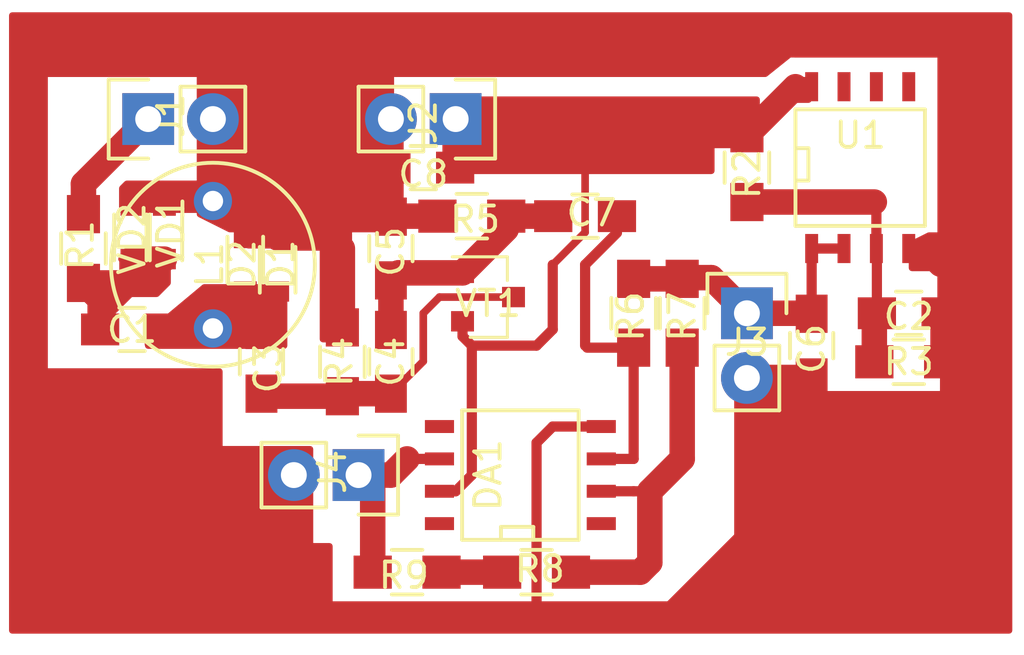
<source format=kicad_pcb>
(kicad_pcb (version 4) (host pcbnew 4.0.5+dfsg1-4)

  (general
    (links 52)
    (no_connects 0)
    (area 12.599999 12.39738 52.805001 38.200001)
    (thickness 1.6)
    (drawings 4)
    (tracks 163)
    (zones 0)
    (modules 29)
    (nets 14)
  )

  (page A4)
  (layers
    (0 F.Cu signal)
    (31 B.Cu signal)
    (32 B.Adhes user)
    (33 F.Adhes user)
    (34 B.Paste user)
    (35 F.Paste user)
    (36 B.SilkS user)
    (37 F.SilkS user)
    (38 B.Mask user)
    (39 F.Mask user)
    (40 Dwgs.User user)
    (41 Cmts.User user)
    (42 Eco1.User user)
    (43 Eco2.User user)
    (44 Edge.Cuts user)
    (45 Margin user)
    (46 B.CrtYd user)
    (47 F.CrtYd user)
    (48 B.Fab user)
    (49 F.Fab user)
  )

  (setup
    (last_trace_width 1)
    (user_trace_width 0.3)
    (user_trace_width 0.4)
    (user_trace_width 1)
    (trace_clearance 0.2)
    (zone_clearance 0)
    (zone_45_only no)
    (trace_min 0.2)
    (segment_width 0.2)
    (edge_width 0.1)
    (via_size 0.6)
    (via_drill 0.4)
    (via_min_size 0.4)
    (via_min_drill 0.3)
    (uvia_size 0.3)
    (uvia_drill 0.1)
    (uvias_allowed no)
    (uvia_min_size 0.2)
    (uvia_min_drill 0.1)
    (pcb_text_width 0.3)
    (pcb_text_size 1.5 1.5)
    (mod_edge_width 0.15)
    (mod_text_size 1 1)
    (mod_text_width 0.15)
    (pad_size 1.5 1.5)
    (pad_drill 0.6)
    (pad_to_mask_clearance 0)
    (aux_axis_origin 0 0)
    (visible_elements FFFFFF7F)
    (pcbplotparams
      (layerselection 0x00000_00000001)
      (usegerberextensions false)
      (excludeedgelayer true)
      (linewidth 0.100000)
      (plotframeref false)
      (viasonmask true)
      (mode 1)
      (useauxorigin false)
      (hpglpennumber 1)
      (hpglpenspeed 20)
      (hpglpendiameter 15)
      (hpglpenoverlay 2)
      (psnegative true)
      (psa4output false)
      (plotreference true)
      (plotvalue true)
      (plotinvisibletext false)
      (padsonsilk false)
      (subtractmaskfromsilk false)
      (outputformat 5)
      (mirror false)
      (drillshape 0)
      (scaleselection 1)
      (outputdirectory ""))
  )

  (net 0 "")
  (net 1 "Net-(C1-Pad1)")
  (net 2 "Net-(C1-Pad2)")
  (net 3 "Net-(C2-Pad1)")
  (net 4 GND)
  (net 5 "Net-(C3-Pad1)")
  (net 6 "Net-(C4-Pad2)")
  (net 7 "Net-(C6-Pad1)")
  (net 8 "Net-(C7-Pad2)")
  (net 9 +12V)
  (net 10 "Net-(DA1-Pad6)")
  (net 11 "Net-(DA1-Pad2)")
  (net 12 "Net-(J1-Pad1)")
  (net 13 "Net-(R8-Pad2)")

  (net_class Default "Это класс цепей по умолчанию."
    (clearance 0.2)
    (trace_width 0.25)
    (via_dia 0.6)
    (via_drill 0.4)
    (uvia_dia 0.3)
    (uvia_drill 0.1)
    (add_net +12V)
    (add_net GND)
    (add_net "Net-(C1-Pad1)")
    (add_net "Net-(C1-Pad2)")
    (add_net "Net-(C2-Pad1)")
    (add_net "Net-(C3-Pad1)")
    (add_net "Net-(C4-Pad2)")
    (add_net "Net-(C6-Pad1)")
    (add_net "Net-(C7-Pad2)")
    (add_net "Net-(DA1-Pad2)")
    (add_net "Net-(DA1-Pad6)")
    (add_net "Net-(J1-Pad1)")
    (add_net "Net-(R8-Pad2)")
  )

  (module Pin_Headers:Pin_Header_Straight_1x02 (layer F.Cu) (tedit 5BB0FD1B) (tstamp 5BB0EAEB)
    (at 41.91 24.765)
    (descr "Through hole pin header")
    (tags "pin header")
    (path /5BA77BC4)
    (fp_text reference J3 (at 0 1.143) (layer F.SilkS)
      (effects (font (size 1 1) (thickness 0.15)))
    )
    (fp_text value Conn_01x02 (at 0 -3.1) (layer F.Fab)
      (effects (font (size 1 1) (thickness 0.15)))
    )
    (fp_line (start 1.27 1.27) (end 1.27 3.81) (layer F.SilkS) (width 0.15))
    (fp_line (start 1.55 -1.55) (end 1.55 0) (layer F.SilkS) (width 0.15))
    (fp_line (start -1.75 -1.75) (end -1.75 4.3) (layer F.CrtYd) (width 0.05))
    (fp_line (start 1.75 -1.75) (end 1.75 4.3) (layer F.CrtYd) (width 0.05))
    (fp_line (start -1.75 -1.75) (end 1.75 -1.75) (layer F.CrtYd) (width 0.05))
    (fp_line (start -1.75 4.3) (end 1.75 4.3) (layer F.CrtYd) (width 0.05))
    (fp_line (start 1.27 1.27) (end -1.27 1.27) (layer F.SilkS) (width 0.15))
    (fp_line (start -1.55 0) (end -1.55 -1.55) (layer F.SilkS) (width 0.15))
    (fp_line (start -1.55 -1.55) (end 1.55 -1.55) (layer F.SilkS) (width 0.15))
    (fp_line (start -1.27 1.27) (end -1.27 3.81) (layer F.SilkS) (width 0.15))
    (fp_line (start -1.27 3.81) (end 1.27 3.81) (layer F.SilkS) (width 0.15))
    (pad 1 thru_hole rect (at 0 0) (size 2.032 2.032) (drill 1.016) (layers *.Cu *.Mask)
      (net 7 "Net-(C6-Pad1)"))
    (pad 2 thru_hole oval (at 0 2.54) (size 2.032 2.032) (drill 1.016) (layers *.Cu *.Mask)
      (net 4 GND))
    (model Pin_Headers.3dshapes/Pin_Header_Straight_1x02.wrl
      (at (xyz 0 -0.05 0))
      (scale (xyz 1 1 1))
      (rotate (xyz 0 0 90))
    )
  )

  (module Diodes_SMD:D_0805 (layer F.Cu) (tedit 5BB0FC99) (tstamp 5BB0EBD2)
    (at 17.78 21.59 90)
    (descr "Diode SMD in 0805 package")
    (tags "smd diode")
    (path /5B707DE6)
    (attr smd)
    (fp_text reference VD2 (at -0.254 0 90) (layer F.SilkS)
      (effects (font (size 1 1) (thickness 0.15)))
    )
    (fp_text value BB135 (at -0.254 0 90) (layer F.Fab)
      (effects (font (size 1 1) (thickness 0.15)))
    )
    (fp_line (start -1.8 0.9) (end -1.8 -0.9) (layer F.CrtYd) (width 0.05))
    (fp_line (start 1.8 0.9) (end -1.8 0.9) (layer F.CrtYd) (width 0.05))
    (fp_line (start 1.8 -0.9) (end 1.8 0.9) (layer F.CrtYd) (width 0.05))
    (fp_line (start -1.8 -0.9) (end 1.8 -0.9) (layer F.CrtYd) (width 0.05))
    (fp_line (start 0.2 0) (end 0.4 0) (layer F.Fab) (width 0.15))
    (fp_line (start -0.1 0) (end -0.3 0) (layer F.Fab) (width 0.15))
    (fp_line (start -0.1 -0.2) (end -0.1 0.2) (layer F.Fab) (width 0.15))
    (fp_line (start 0.2 0.2) (end 0.2 -0.2) (layer F.Fab) (width 0.15))
    (fp_line (start -0.1 0) (end 0.2 0.2) (layer F.Fab) (width 0.15))
    (fp_line (start 0.2 -0.2) (end -0.1 0) (layer F.Fab) (width 0.15))
    (fp_line (start -1 0.6) (end -1 -0.6) (layer F.Fab) (width 0.15))
    (fp_line (start 1 0.6) (end -1 0.6) (layer F.Fab) (width 0.15))
    (fp_line (start 1 -0.6) (end 1 0.6) (layer F.Fab) (width 0.15))
    (fp_line (start -1 -0.6) (end 1 -0.6) (layer F.Fab) (width 0.15))
    (fp_line (start -1.1 0.7) (end 0.7 0.7) (layer F.SilkS) (width 0.15))
    (fp_line (start -1.1 -0.7) (end 0.7 -0.7) (layer F.SilkS) (width 0.15))
    (pad 1 smd rect (at -1.05 0 90) (size 0.8 0.9) (layers F.Cu F.Paste F.Mask)
      (net 2 "Net-(C1-Pad2)"))
    (pad 2 smd rect (at 1.05 0 90) (size 0.8 0.9) (layers F.Cu F.Paste F.Mask)
      (net 4 GND))
  )

  (module Capacitors_SMD:C_0805_HandSoldering (layer F.Cu) (tedit 5BB0FCBB) (tstamp 5BB0EA09)
    (at 17.78 25.4 180)
    (descr "Capacitor SMD 0805, hand soldering")
    (tags "capacitor 0805")
    (path /5B7077BD)
    (attr smd)
    (fp_text reference C1 (at 0 0 180) (layer F.SilkS)
      (effects (font (size 1 1) (thickness 0.15)))
    )
    (fp_text value 0.1uF (at 0 0 180) (layer F.Fab)
      (effects (font (size 1 1) (thickness 0.15)))
    )
    (fp_line (start -1 0.625) (end -1 -0.625) (layer F.Fab) (width 0.15))
    (fp_line (start 1 0.625) (end -1 0.625) (layer F.Fab) (width 0.15))
    (fp_line (start 1 -0.625) (end 1 0.625) (layer F.Fab) (width 0.15))
    (fp_line (start -1 -0.625) (end 1 -0.625) (layer F.Fab) (width 0.15))
    (fp_line (start -2.3 -1) (end 2.3 -1) (layer F.CrtYd) (width 0.05))
    (fp_line (start -2.3 1) (end 2.3 1) (layer F.CrtYd) (width 0.05))
    (fp_line (start -2.3 -1) (end -2.3 1) (layer F.CrtYd) (width 0.05))
    (fp_line (start 2.3 -1) (end 2.3 1) (layer F.CrtYd) (width 0.05))
    (fp_line (start 0.5 -0.85) (end -0.5 -0.85) (layer F.SilkS) (width 0.15))
    (fp_line (start -0.5 0.85) (end 0.5 0.85) (layer F.SilkS) (width 0.15))
    (pad 1 smd rect (at -1.25 0 180) (size 1.5 1.25) (layers F.Cu F.Paste F.Mask)
      (net 1 "Net-(C1-Pad1)"))
    (pad 2 smd rect (at 1.25 0 180) (size 1.5 1.25) (layers F.Cu F.Paste F.Mask)
      (net 2 "Net-(C1-Pad2)"))
    (model Capacitors_SMD.3dshapes/C_0805_HandSoldering.wrl
      (at (xyz 0 0 0))
      (scale (xyz 1 1 1))
      (rotate (xyz 0 0 0))
    )
  )

  (module Capacitors_SMD:C_0805_HandSoldering (layer F.Cu) (tedit 5BB0FD09) (tstamp 5BB0EA19)
    (at 48.26 24.765)
    (descr "Capacitor SMD 0805, hand soldering")
    (tags "capacitor 0805")
    (path /5B78A998)
    (attr smd)
    (fp_text reference C2 (at 0 0.127) (layer F.SilkS)
      (effects (font (size 1 1) (thickness 0.15)))
    )
    (fp_text value 0.1uF (at 0 0) (layer F.Fab)
      (effects (font (size 1 1) (thickness 0.15)))
    )
    (fp_line (start -1 0.625) (end -1 -0.625) (layer F.Fab) (width 0.15))
    (fp_line (start 1 0.625) (end -1 0.625) (layer F.Fab) (width 0.15))
    (fp_line (start 1 -0.625) (end 1 0.625) (layer F.Fab) (width 0.15))
    (fp_line (start -1 -0.625) (end 1 -0.625) (layer F.Fab) (width 0.15))
    (fp_line (start -2.3 -1) (end 2.3 -1) (layer F.CrtYd) (width 0.05))
    (fp_line (start -2.3 1) (end 2.3 1) (layer F.CrtYd) (width 0.05))
    (fp_line (start -2.3 -1) (end -2.3 1) (layer F.CrtYd) (width 0.05))
    (fp_line (start 2.3 -1) (end 2.3 1) (layer F.CrtYd) (width 0.05))
    (fp_line (start 0.5 -0.85) (end -0.5 -0.85) (layer F.SilkS) (width 0.15))
    (fp_line (start -0.5 0.85) (end 0.5 0.85) (layer F.SilkS) (width 0.15))
    (pad 1 smd rect (at -1.25 0) (size 1.5 1.25) (layers F.Cu F.Paste F.Mask)
      (net 3 "Net-(C2-Pad1)"))
    (pad 2 smd rect (at 1.25 0) (size 1.5 1.25) (layers F.Cu F.Paste F.Mask)
      (net 4 GND))
    (model Capacitors_SMD.3dshapes/C_0805_HandSoldering.wrl
      (at (xyz 0 0 0))
      (scale (xyz 1 1 1))
      (rotate (xyz 0 0 0))
    )
  )

  (module Capacitors_SMD:C_0805_HandSoldering (layer F.Cu) (tedit 5BB0FCC2) (tstamp 5BB0EA29)
    (at 22.86 26.67 90)
    (descr "Capacitor SMD 0805, hand soldering")
    (tags "capacitor 0805")
    (path /5B707492)
    (attr smd)
    (fp_text reference C3 (at -0.254 0.254 90) (layer F.SilkS)
      (effects (font (size 1 1) (thickness 0.15)))
    )
    (fp_text value 47pF (at 0 0 90) (layer F.Fab)
      (effects (font (size 1 1) (thickness 0.15)))
    )
    (fp_line (start -1 0.625) (end -1 -0.625) (layer F.Fab) (width 0.15))
    (fp_line (start 1 0.625) (end -1 0.625) (layer F.Fab) (width 0.15))
    (fp_line (start 1 -0.625) (end 1 0.625) (layer F.Fab) (width 0.15))
    (fp_line (start -1 -0.625) (end 1 -0.625) (layer F.Fab) (width 0.15))
    (fp_line (start -2.3 -1) (end 2.3 -1) (layer F.CrtYd) (width 0.05))
    (fp_line (start -2.3 1) (end 2.3 1) (layer F.CrtYd) (width 0.05))
    (fp_line (start -2.3 -1) (end -2.3 1) (layer F.CrtYd) (width 0.05))
    (fp_line (start 2.3 -1) (end 2.3 1) (layer F.CrtYd) (width 0.05))
    (fp_line (start 0.5 -0.85) (end -0.5 -0.85) (layer F.SilkS) (width 0.15))
    (fp_line (start -0.5 0.85) (end 0.5 0.85) (layer F.SilkS) (width 0.15))
    (pad 1 smd rect (at -1.25 0 90) (size 1.5 1.25) (layers F.Cu F.Paste F.Mask)
      (net 5 "Net-(C3-Pad1)"))
    (pad 2 smd rect (at 1.25 0 90) (size 1.5 1.25) (layers F.Cu F.Paste F.Mask)
      (net 1 "Net-(C1-Pad1)"))
    (model Capacitors_SMD.3dshapes/C_0805_HandSoldering.wrl
      (at (xyz 0 0 0))
      (scale (xyz 1 1 1))
      (rotate (xyz 0 0 0))
    )
  )

  (module Capacitors_SMD:C_0805_HandSoldering (layer F.Cu) (tedit 5BB0FD62) (tstamp 5BB0EA39)
    (at 27.94 26.67 90)
    (descr "Capacitor SMD 0805, hand soldering")
    (tags "capacitor 0805")
    (path /5B706A22)
    (attr smd)
    (fp_text reference C4 (at 0 0 90) (layer F.SilkS)
      (effects (font (size 1 1) (thickness 0.15)))
    )
    (fp_text value 560pF (at 0 0 90) (layer F.Fab)
      (effects (font (size 1 1) (thickness 0.15)))
    )
    (fp_line (start -1 0.625) (end -1 -0.625) (layer F.Fab) (width 0.15))
    (fp_line (start 1 0.625) (end -1 0.625) (layer F.Fab) (width 0.15))
    (fp_line (start 1 -0.625) (end 1 0.625) (layer F.Fab) (width 0.15))
    (fp_line (start -1 -0.625) (end 1 -0.625) (layer F.Fab) (width 0.15))
    (fp_line (start -2.3 -1) (end 2.3 -1) (layer F.CrtYd) (width 0.05))
    (fp_line (start -2.3 1) (end 2.3 1) (layer F.CrtYd) (width 0.05))
    (fp_line (start -2.3 -1) (end -2.3 1) (layer F.CrtYd) (width 0.05))
    (fp_line (start 2.3 -1) (end 2.3 1) (layer F.CrtYd) (width 0.05))
    (fp_line (start 0.5 -0.85) (end -0.5 -0.85) (layer F.SilkS) (width 0.15))
    (fp_line (start -0.5 0.85) (end 0.5 0.85) (layer F.SilkS) (width 0.15))
    (pad 1 smd rect (at -1.25 0 90) (size 1.5 1.25) (layers F.Cu F.Paste F.Mask)
      (net 5 "Net-(C3-Pad1)"))
    (pad 2 smd rect (at 1.25 0 90) (size 1.5 1.25) (layers F.Cu F.Paste F.Mask)
      (net 6 "Net-(C4-Pad2)"))
    (model Capacitors_SMD.3dshapes/C_0805_HandSoldering.wrl
      (at (xyz 0 0 0))
      (scale (xyz 1 1 1))
      (rotate (xyz 0 0 0))
    )
  )

  (module Capacitors_SMD:C_0805_HandSoldering (layer F.Cu) (tedit 5BB0FCD2) (tstamp 5BB0EA49)
    (at 27.94 22.225 90)
    (descr "Capacitor SMD 0805, hand soldering")
    (tags "capacitor 0805")
    (path /5B706AA9)
    (attr smd)
    (fp_text reference C5 (at -0.127 0 90) (layer F.SilkS)
      (effects (font (size 1 1) (thickness 0.15)))
    )
    (fp_text value 560pF (at 0 0 90) (layer F.Fab)
      (effects (font (size 1 1) (thickness 0.15)))
    )
    (fp_line (start -1 0.625) (end -1 -0.625) (layer F.Fab) (width 0.15))
    (fp_line (start 1 0.625) (end -1 0.625) (layer F.Fab) (width 0.15))
    (fp_line (start 1 -0.625) (end 1 0.625) (layer F.Fab) (width 0.15))
    (fp_line (start -1 -0.625) (end 1 -0.625) (layer F.Fab) (width 0.15))
    (fp_line (start -2.3 -1) (end 2.3 -1) (layer F.CrtYd) (width 0.05))
    (fp_line (start -2.3 1) (end 2.3 1) (layer F.CrtYd) (width 0.05))
    (fp_line (start -2.3 -1) (end -2.3 1) (layer F.CrtYd) (width 0.05))
    (fp_line (start 2.3 -1) (end 2.3 1) (layer F.CrtYd) (width 0.05))
    (fp_line (start 0.5 -0.85) (end -0.5 -0.85) (layer F.SilkS) (width 0.15))
    (fp_line (start -0.5 0.85) (end 0.5 0.85) (layer F.SilkS) (width 0.15))
    (pad 1 smd rect (at -1.25 0 90) (size 1.5 1.25) (layers F.Cu F.Paste F.Mask)
      (net 6 "Net-(C4-Pad2)"))
    (pad 2 smd rect (at 1.25 0 90) (size 1.5 1.25) (layers F.Cu F.Paste F.Mask)
      (net 4 GND))
    (model Capacitors_SMD.3dshapes/C_0805_HandSoldering.wrl
      (at (xyz 0 0 0))
      (scale (xyz 1 1 1))
      (rotate (xyz 0 0 0))
    )
  )

  (module Capacitors_SMD:C_0805_HandSoldering (layer F.Cu) (tedit 5BB0FD11) (tstamp 5BB0EA59)
    (at 44.45 26.035 270)
    (descr "Capacitor SMD 0805, hand soldering")
    (tags "capacitor 0805")
    (path /5B78B961)
    (attr smd)
    (fp_text reference C6 (at 0.127 0 270) (layer F.SilkS)
      (effects (font (size 1 1) (thickness 0.15)))
    )
    (fp_text value 0.1uF (at 0 0 270) (layer F.Fab)
      (effects (font (size 1 1) (thickness 0.15)))
    )
    (fp_line (start -1 0.625) (end -1 -0.625) (layer F.Fab) (width 0.15))
    (fp_line (start 1 0.625) (end -1 0.625) (layer F.Fab) (width 0.15))
    (fp_line (start 1 -0.625) (end 1 0.625) (layer F.Fab) (width 0.15))
    (fp_line (start -1 -0.625) (end 1 -0.625) (layer F.Fab) (width 0.15))
    (fp_line (start -2.3 -1) (end 2.3 -1) (layer F.CrtYd) (width 0.05))
    (fp_line (start -2.3 1) (end 2.3 1) (layer F.CrtYd) (width 0.05))
    (fp_line (start -2.3 -1) (end -2.3 1) (layer F.CrtYd) (width 0.05))
    (fp_line (start 2.3 -1) (end 2.3 1) (layer F.CrtYd) (width 0.05))
    (fp_line (start 0.5 -0.85) (end -0.5 -0.85) (layer F.SilkS) (width 0.15))
    (fp_line (start -0.5 0.85) (end 0.5 0.85) (layer F.SilkS) (width 0.15))
    (pad 1 smd rect (at -1.25 0 270) (size 1.5 1.25) (layers F.Cu F.Paste F.Mask)
      (net 7 "Net-(C6-Pad1)"))
    (pad 2 smd rect (at 1.25 0 270) (size 1.5 1.25) (layers F.Cu F.Paste F.Mask)
      (net 4 GND))
    (model Capacitors_SMD.3dshapes/C_0805_HandSoldering.wrl
      (at (xyz 0 0 0))
      (scale (xyz 1 1 1))
      (rotate (xyz 0 0 0))
    )
  )

  (module Capacitors_SMD:C_0805_HandSoldering (layer F.Cu) (tedit 5BB0FC6C) (tstamp 5BB0EA69)
    (at 35.56 20.955)
    (descr "Capacitor SMD 0805, hand soldering")
    (tags "capacitor 0805")
    (path /5B78B2F8)
    (attr smd)
    (fp_text reference C7 (at 0.254 -0.127) (layer F.SilkS)
      (effects (font (size 1 1) (thickness 0.15)))
    )
    (fp_text value 0.1uF (at 0 0) (layer F.Fab)
      (effects (font (size 1 1) (thickness 0.15)))
    )
    (fp_line (start -1 0.625) (end -1 -0.625) (layer F.Fab) (width 0.15))
    (fp_line (start 1 0.625) (end -1 0.625) (layer F.Fab) (width 0.15))
    (fp_line (start 1 -0.625) (end 1 0.625) (layer F.Fab) (width 0.15))
    (fp_line (start -1 -0.625) (end 1 -0.625) (layer F.Fab) (width 0.15))
    (fp_line (start -2.3 -1) (end 2.3 -1) (layer F.CrtYd) (width 0.05))
    (fp_line (start -2.3 1) (end 2.3 1) (layer F.CrtYd) (width 0.05))
    (fp_line (start -2.3 -1) (end -2.3 1) (layer F.CrtYd) (width 0.05))
    (fp_line (start 2.3 -1) (end 2.3 1) (layer F.CrtYd) (width 0.05))
    (fp_line (start 0.5 -0.85) (end -0.5 -0.85) (layer F.SilkS) (width 0.15))
    (fp_line (start -0.5 0.85) (end 0.5 0.85) (layer F.SilkS) (width 0.15))
    (pad 1 smd rect (at -1.25 0) (size 1.5 1.25) (layers F.Cu F.Paste F.Mask)
      (net 6 "Net-(C4-Pad2)"))
    (pad 2 smd rect (at 1.25 0) (size 1.5 1.25) (layers F.Cu F.Paste F.Mask)
      (net 8 "Net-(C7-Pad2)"))
    (model Capacitors_SMD.3dshapes/C_0805_HandSoldering.wrl
      (at (xyz 0 0 0))
      (scale (xyz 1 1 1))
      (rotate (xyz 0 0 0))
    )
  )

  (module Capacitors_SMD:C_0805_HandSoldering (layer F.Cu) (tedit 5BB0FC60) (tstamp 5BB0EA79)
    (at 29.21 19.05 180)
    (descr "Capacitor SMD 0805, hand soldering")
    (tags "capacitor 0805")
    (path /5B70657A)
    (attr smd)
    (fp_text reference C8 (at 0 -0.254 180) (layer F.SilkS)
      (effects (font (size 1 1) (thickness 0.15)))
    )
    (fp_text value 0.1uF (at 0 2.1 180) (layer F.Fab)
      (effects (font (size 1 1) (thickness 0.15)))
    )
    (fp_line (start -1 0.625) (end -1 -0.625) (layer F.Fab) (width 0.15))
    (fp_line (start 1 0.625) (end -1 0.625) (layer F.Fab) (width 0.15))
    (fp_line (start 1 -0.625) (end 1 0.625) (layer F.Fab) (width 0.15))
    (fp_line (start -1 -0.625) (end 1 -0.625) (layer F.Fab) (width 0.15))
    (fp_line (start -2.3 -1) (end 2.3 -1) (layer F.CrtYd) (width 0.05))
    (fp_line (start -2.3 1) (end 2.3 1) (layer F.CrtYd) (width 0.05))
    (fp_line (start -2.3 -1) (end -2.3 1) (layer F.CrtYd) (width 0.05))
    (fp_line (start 2.3 -1) (end 2.3 1) (layer F.CrtYd) (width 0.05))
    (fp_line (start 0.5 -0.85) (end -0.5 -0.85) (layer F.SilkS) (width 0.15))
    (fp_line (start -0.5 0.85) (end 0.5 0.85) (layer F.SilkS) (width 0.15))
    (pad 1 smd rect (at -1.25 0 180) (size 1.5 1.25) (layers F.Cu F.Paste F.Mask)
      (net 9 +12V))
    (pad 2 smd rect (at 1.25 0 180) (size 1.5 1.25) (layers F.Cu F.Paste F.Mask)
      (net 4 GND))
    (model Capacitors_SMD.3dshapes/C_0805_HandSoldering.wrl
      (at (xyz 0 0 0))
      (scale (xyz 1 1 1))
      (rotate (xyz 0 0 0))
    )
  )

  (module Diodes_SMD:D_0805 (layer F.Cu) (tedit 5BB0FCAF) (tstamp 5BB0EA8F)
    (at 23.495 22.86 90)
    (descr "Diode SMD in 0805 package")
    (tags "smd diode")
    (path /5B7896EB)
    (attr smd)
    (fp_text reference D1 (at 0 0.127 90) (layer F.SilkS)
      (effects (font (size 1 1) (thickness 0.15)))
    )
    (fp_text value 1N4148 (at 0 -1.6 90) (layer F.Fab)
      (effects (font (size 1 1) (thickness 0.15)))
    )
    (fp_line (start -1.8 0.9) (end -1.8 -0.9) (layer F.CrtYd) (width 0.05))
    (fp_line (start 1.8 0.9) (end -1.8 0.9) (layer F.CrtYd) (width 0.05))
    (fp_line (start 1.8 -0.9) (end 1.8 0.9) (layer F.CrtYd) (width 0.05))
    (fp_line (start -1.8 -0.9) (end 1.8 -0.9) (layer F.CrtYd) (width 0.05))
    (fp_line (start 0.2 0) (end 0.4 0) (layer F.Fab) (width 0.15))
    (fp_line (start -0.1 0) (end -0.3 0) (layer F.Fab) (width 0.15))
    (fp_line (start -0.1 -0.2) (end -0.1 0.2) (layer F.Fab) (width 0.15))
    (fp_line (start 0.2 0.2) (end 0.2 -0.2) (layer F.Fab) (width 0.15))
    (fp_line (start -0.1 0) (end 0.2 0.2) (layer F.Fab) (width 0.15))
    (fp_line (start 0.2 -0.2) (end -0.1 0) (layer F.Fab) (width 0.15))
    (fp_line (start -1 0.6) (end -1 -0.6) (layer F.Fab) (width 0.15))
    (fp_line (start 1 0.6) (end -1 0.6) (layer F.Fab) (width 0.15))
    (fp_line (start 1 -0.6) (end 1 0.6) (layer F.Fab) (width 0.15))
    (fp_line (start -1 -0.6) (end 1 -0.6) (layer F.Fab) (width 0.15))
    (fp_line (start -1.1 0.7) (end 0.7 0.7) (layer F.SilkS) (width 0.15))
    (fp_line (start -1.1 -0.7) (end 0.7 -0.7) (layer F.SilkS) (width 0.15))
    (pad 1 smd rect (at -1.05 0 90) (size 0.8 0.9) (layers F.Cu F.Paste F.Mask)
      (net 1 "Net-(C1-Pad1)"))
    (pad 2 smd rect (at 1.05 0 90) (size 0.8 0.9) (layers F.Cu F.Paste F.Mask)
      (net 4 GND))
  )

  (module Diodes_SMD:D_0805 (layer F.Cu) (tedit 5BB0FCB4) (tstamp 5BB0EAA5)
    (at 22.225 22.86 270)
    (descr "Diode SMD in 0805 package")
    (tags "smd diode")
    (path /5B78975C)
    (attr smd)
    (fp_text reference D2 (at 0 0.127 270) (layer F.SilkS)
      (effects (font (size 1 1) (thickness 0.15)))
    )
    (fp_text value 1N4148 (at 0 -1.6 270) (layer F.Fab)
      (effects (font (size 1 1) (thickness 0.15)))
    )
    (fp_line (start -1.8 0.9) (end -1.8 -0.9) (layer F.CrtYd) (width 0.05))
    (fp_line (start 1.8 0.9) (end -1.8 0.9) (layer F.CrtYd) (width 0.05))
    (fp_line (start 1.8 -0.9) (end 1.8 0.9) (layer F.CrtYd) (width 0.05))
    (fp_line (start -1.8 -0.9) (end 1.8 -0.9) (layer F.CrtYd) (width 0.05))
    (fp_line (start 0.2 0) (end 0.4 0) (layer F.Fab) (width 0.15))
    (fp_line (start -0.1 0) (end -0.3 0) (layer F.Fab) (width 0.15))
    (fp_line (start -0.1 -0.2) (end -0.1 0.2) (layer F.Fab) (width 0.15))
    (fp_line (start 0.2 0.2) (end 0.2 -0.2) (layer F.Fab) (width 0.15))
    (fp_line (start -0.1 0) (end 0.2 0.2) (layer F.Fab) (width 0.15))
    (fp_line (start 0.2 -0.2) (end -0.1 0) (layer F.Fab) (width 0.15))
    (fp_line (start -1 0.6) (end -1 -0.6) (layer F.Fab) (width 0.15))
    (fp_line (start 1 0.6) (end -1 0.6) (layer F.Fab) (width 0.15))
    (fp_line (start 1 -0.6) (end 1 0.6) (layer F.Fab) (width 0.15))
    (fp_line (start -1 -0.6) (end 1 -0.6) (layer F.Fab) (width 0.15))
    (fp_line (start -1.1 0.7) (end 0.7 0.7) (layer F.SilkS) (width 0.15))
    (fp_line (start -1.1 -0.7) (end 0.7 -0.7) (layer F.SilkS) (width 0.15))
    (pad 1 smd rect (at -1.05 0 270) (size 0.8 0.9) (layers F.Cu F.Paste F.Mask)
      (net 4 GND))
    (pad 2 smd rect (at 1.05 0 270) (size 0.8 0.9) (layers F.Cu F.Paste F.Mask)
      (net 1 "Net-(C1-Pad1)"))
  )

  (module SMD_Packages:SOIC-8-N (layer F.Cu) (tedit 5BB0FB03) (tstamp 5BB0EAB8)
    (at 33.02 31.115 90)
    (descr "Module Narrow CMS SOJ 8 pins large")
    (tags "CMS SOJ")
    (path /5B725D0B)
    (attr smd)
    (fp_text reference DA1 (at 0 -1.27 90) (layer F.SilkS)
      (effects (font (size 1 1) (thickness 0.15)))
    )
    (fp_text value AD8031 (at 0.127 0 90) (layer F.Fab)
      (effects (font (size 1 1) (thickness 0.15)))
    )
    (fp_line (start -2.54 -2.286) (end 2.54 -2.286) (layer F.SilkS) (width 0.15))
    (fp_line (start 2.54 -2.286) (end 2.54 2.286) (layer F.SilkS) (width 0.15))
    (fp_line (start 2.54 2.286) (end -2.54 2.286) (layer F.SilkS) (width 0.15))
    (fp_line (start -2.54 2.286) (end -2.54 -2.286) (layer F.SilkS) (width 0.15))
    (fp_line (start -2.54 -0.762) (end -2.032 -0.762) (layer F.SilkS) (width 0.15))
    (fp_line (start -2.032 -0.762) (end -2.032 0.508) (layer F.SilkS) (width 0.15))
    (fp_line (start -2.032 0.508) (end -2.54 0.508) (layer F.SilkS) (width 0.15))
    (pad 8 smd rect (at -1.905 -3.175 90) (size 0.508 1.143) (layers F.Cu F.Paste F.Mask))
    (pad 7 smd rect (at -0.635 -3.175 90) (size 0.508 1.143) (layers F.Cu F.Paste F.Mask)
      (net 9 +12V))
    (pad 6 smd rect (at 0.635 -3.175 90) (size 0.508 1.143) (layers F.Cu F.Paste F.Mask)
      (net 10 "Net-(DA1-Pad6)"))
    (pad 5 smd rect (at 1.905 -3.175 90) (size 0.508 1.143) (layers F.Cu F.Paste F.Mask))
    (pad 4 smd rect (at 1.905 3.175 90) (size 0.508 1.143) (layers F.Cu F.Paste F.Mask)
      (net 4 GND))
    (pad 3 smd rect (at 0.635 3.175 90) (size 0.508 1.143) (layers F.Cu F.Paste F.Mask)
      (net 8 "Net-(C7-Pad2)"))
    (pad 2 smd rect (at -0.635 3.175 90) (size 0.508 1.143) (layers F.Cu F.Paste F.Mask)
      (net 11 "Net-(DA1-Pad2)"))
    (pad 1 smd rect (at -1.905 3.175 90) (size 0.508 1.143) (layers F.Cu F.Paste F.Mask))
    (model SMD_Packages.3dshapes/SOIC-8-N.wrl
      (at (xyz 0 0 0))
      (scale (xyz 0.5 0.38 0.5))
      (rotate (xyz 0 0 0))
    )
  )

  (module Pin_Headers:Pin_Header_Straight_1x02 (layer F.Cu) (tedit 5BB0FC76) (tstamp 5BB0EAC9)
    (at 18.415 17.145 90)
    (descr "Through hole pin header")
    (tags "pin header")
    (path /5B720BFC)
    (fp_text reference J1 (at 0.127 0.889 90) (layer F.SilkS)
      (effects (font (size 1 1) (thickness 0.15)))
    )
    (fp_text value Conn_01x02 (at 0 -3.1 90) (layer F.Fab)
      (effects (font (size 1 1) (thickness 0.15)))
    )
    (fp_line (start 1.27 1.27) (end 1.27 3.81) (layer F.SilkS) (width 0.15))
    (fp_line (start 1.55 -1.55) (end 1.55 0) (layer F.SilkS) (width 0.15))
    (fp_line (start -1.75 -1.75) (end -1.75 4.3) (layer F.CrtYd) (width 0.05))
    (fp_line (start 1.75 -1.75) (end 1.75 4.3) (layer F.CrtYd) (width 0.05))
    (fp_line (start -1.75 -1.75) (end 1.75 -1.75) (layer F.CrtYd) (width 0.05))
    (fp_line (start -1.75 4.3) (end 1.75 4.3) (layer F.CrtYd) (width 0.05))
    (fp_line (start 1.27 1.27) (end -1.27 1.27) (layer F.SilkS) (width 0.15))
    (fp_line (start -1.55 0) (end -1.55 -1.55) (layer F.SilkS) (width 0.15))
    (fp_line (start -1.55 -1.55) (end 1.55 -1.55) (layer F.SilkS) (width 0.15))
    (fp_line (start -1.27 1.27) (end -1.27 3.81) (layer F.SilkS) (width 0.15))
    (fp_line (start -1.27 3.81) (end 1.27 3.81) (layer F.SilkS) (width 0.15))
    (pad 1 thru_hole rect (at 0 0 90) (size 2.032 2.032) (drill 1.016) (layers *.Cu *.Mask)
      (net 12 "Net-(J1-Pad1)"))
    (pad 2 thru_hole oval (at 0 2.54 90) (size 2.032 2.032) (drill 1.016) (layers *.Cu *.Mask)
      (net 4 GND))
    (model Pin_Headers.3dshapes/Pin_Header_Straight_1x02.wrl
      (at (xyz 0 -0.05 0))
      (scale (xyz 1 1 1))
      (rotate (xyz 0 0 90))
    )
  )

  (module Pin_Headers:Pin_Header_Straight_1x02 (layer F.Cu) (tedit 5BB0FCFC) (tstamp 5BB0EADA)
    (at 30.48 17.145 270)
    (descr "Through hole pin header")
    (tags "pin header")
    (path /5B7237EE)
    (fp_text reference J2 (at 0.127 1.27 270) (layer F.SilkS)
      (effects (font (size 1 1) (thickness 0.15)))
    )
    (fp_text value Conn_01x02 (at 0 1.27 270) (layer F.Fab)
      (effects (font (size 1 1) (thickness 0.15)))
    )
    (fp_line (start 1.27 1.27) (end 1.27 3.81) (layer F.SilkS) (width 0.15))
    (fp_line (start 1.55 -1.55) (end 1.55 0) (layer F.SilkS) (width 0.15))
    (fp_line (start -1.75 -1.75) (end -1.75 4.3) (layer F.CrtYd) (width 0.05))
    (fp_line (start 1.75 -1.75) (end 1.75 4.3) (layer F.CrtYd) (width 0.05))
    (fp_line (start -1.75 -1.75) (end 1.75 -1.75) (layer F.CrtYd) (width 0.05))
    (fp_line (start -1.75 4.3) (end 1.75 4.3) (layer F.CrtYd) (width 0.05))
    (fp_line (start 1.27 1.27) (end -1.27 1.27) (layer F.SilkS) (width 0.15))
    (fp_line (start -1.55 0) (end -1.55 -1.55) (layer F.SilkS) (width 0.15))
    (fp_line (start -1.55 -1.55) (end 1.55 -1.55) (layer F.SilkS) (width 0.15))
    (fp_line (start -1.27 1.27) (end -1.27 3.81) (layer F.SilkS) (width 0.15))
    (fp_line (start -1.27 3.81) (end 1.27 3.81) (layer F.SilkS) (width 0.15))
    (pad 1 thru_hole rect (at 0 0 270) (size 2.032 2.032) (drill 1.016) (layers *.Cu *.Mask)
      (net 9 +12V))
    (pad 2 thru_hole oval (at 0 2.54 270) (size 2.032 2.032) (drill 1.016) (layers *.Cu *.Mask)
      (net 4 GND))
    (model Pin_Headers.3dshapes/Pin_Header_Straight_1x02.wrl
      (at (xyz 0 -0.05 0))
      (scale (xyz 1 1 1))
      (rotate (xyz 0 0 90))
    )
  )

  (module Pin_Headers:Pin_Header_Straight_1x02 (layer F.Cu) (tedit 5BB0FCF1) (tstamp 5BB0EAFC)
    (at 26.67 31.115 270)
    (descr "Through hole pin header")
    (tags "pin header")
    (path /5B726E8F)
    (fp_text reference J4 (at -0.127 1.016 270) (layer F.SilkS)
      (effects (font (size 1 1) (thickness 0.15)))
    )
    (fp_text value Conn_01x02 (at 0 -3.1 270) (layer F.Fab)
      (effects (font (size 1 1) (thickness 0.15)))
    )
    (fp_line (start 1.27 1.27) (end 1.27 3.81) (layer F.SilkS) (width 0.15))
    (fp_line (start 1.55 -1.55) (end 1.55 0) (layer F.SilkS) (width 0.15))
    (fp_line (start -1.75 -1.75) (end -1.75 4.3) (layer F.CrtYd) (width 0.05))
    (fp_line (start 1.75 -1.75) (end 1.75 4.3) (layer F.CrtYd) (width 0.05))
    (fp_line (start -1.75 -1.75) (end 1.75 -1.75) (layer F.CrtYd) (width 0.05))
    (fp_line (start -1.75 4.3) (end 1.75 4.3) (layer F.CrtYd) (width 0.05))
    (fp_line (start 1.27 1.27) (end -1.27 1.27) (layer F.SilkS) (width 0.15))
    (fp_line (start -1.55 0) (end -1.55 -1.55) (layer F.SilkS) (width 0.15))
    (fp_line (start -1.55 -1.55) (end 1.55 -1.55) (layer F.SilkS) (width 0.15))
    (fp_line (start -1.27 1.27) (end -1.27 3.81) (layer F.SilkS) (width 0.15))
    (fp_line (start -1.27 3.81) (end 1.27 3.81) (layer F.SilkS) (width 0.15))
    (pad 1 thru_hole rect (at 0 0 270) (size 2.032 2.032) (drill 1.016) (layers *.Cu *.Mask)
      (net 10 "Net-(DA1-Pad6)"))
    (pad 2 thru_hole oval (at 0 2.54 270) (size 2.032 2.032) (drill 1.016) (layers *.Cu *.Mask)
      (net 4 GND))
    (model Pin_Headers.3dshapes/Pin_Header_Straight_1x02.wrl
      (at (xyz 0 -0.05 0))
      (scale (xyz 1 1 1))
      (rotate (xyz 0 0 90))
    )
  )

  (module Inductors_NEOSID:Neosid_Inductor_Sd8 (layer F.Cu) (tedit 5BB0FF12) (tstamp 5BB0EB03)
    (at 20.955 22.86 90)
    (descr "Neosid, Inductor, Sd8, Festinduktivitaet, Through hole,")
    (tags "Neosid, Inductor, Sd8, Festinduktivitaet, Through hole,")
    (path /5B78C44C)
    (fp_text reference L1 (at 0 -0.127 90) (layer F.SilkS)
      (effects (font (size 1 1) (thickness 0.15)))
    )
    (fp_text value "27 uH" (at 0 0 90) (layer F.Fab)
      (effects (font (size 1 1) (thickness 0.15)))
    )
    (fp_circle (center 0 0) (end 4.0005 0) (layer F.SilkS) (width 0.15))
    (pad 2 thru_hole circle (at 2.49936 0 90) (size 1.50114 1.50114) (drill 0.8001) (layers *.Cu *.Mask)
      (net 4 GND))
    (pad 1 thru_hole circle (at -2.49936 0 90) (size 1.50114 1.50114) (drill 0.8001) (layers *.Cu *.Mask)
      (net 1 "Net-(C1-Pad1)"))
  )

  (module Resistors_SMD:R_0805_HandSoldering (layer F.Cu) (tedit 5BB0FC81) (tstamp 5BB0EB13)
    (at 15.875 22.225 90)
    (descr "Resistor SMD 0805, hand soldering")
    (tags "resistor 0805")
    (path /5B71ED93)
    (attr smd)
    (fp_text reference R1 (at 0.127 -0.127 90) (layer F.SilkS)
      (effects (font (size 1 1) (thickness 0.15)))
    )
    (fp_text value 100k (at -0.127 0.127 90) (layer F.Fab)
      (effects (font (size 1 1) (thickness 0.15)))
    )
    (fp_line (start -1 0.625) (end -1 -0.625) (layer F.Fab) (width 0.1))
    (fp_line (start 1 0.625) (end -1 0.625) (layer F.Fab) (width 0.1))
    (fp_line (start 1 -0.625) (end 1 0.625) (layer F.Fab) (width 0.1))
    (fp_line (start -1 -0.625) (end 1 -0.625) (layer F.Fab) (width 0.1))
    (fp_line (start -2.4 -1) (end 2.4 -1) (layer F.CrtYd) (width 0.05))
    (fp_line (start -2.4 1) (end 2.4 1) (layer F.CrtYd) (width 0.05))
    (fp_line (start -2.4 -1) (end -2.4 1) (layer F.CrtYd) (width 0.05))
    (fp_line (start 2.4 -1) (end 2.4 1) (layer F.CrtYd) (width 0.05))
    (fp_line (start 0.6 0.875) (end -0.6 0.875) (layer F.SilkS) (width 0.15))
    (fp_line (start -0.6 -0.875) (end 0.6 -0.875) (layer F.SilkS) (width 0.15))
    (pad 1 smd rect (at -1.35 0 90) (size 1.5 1.3) (layers F.Cu F.Paste F.Mask)
      (net 2 "Net-(C1-Pad2)"))
    (pad 2 smd rect (at 1.35 0 90) (size 1.5 1.3) (layers F.Cu F.Paste F.Mask)
      (net 12 "Net-(J1-Pad1)"))
    (model Resistors_SMD.3dshapes/R_0805_HandSoldering.wrl
      (at (xyz 0 0 0))
      (scale (xyz 1 1 1))
      (rotate (xyz 0 0 0))
    )
  )

  (module Resistors_SMD:R_0805_HandSoldering (layer F.Cu) (tedit 5BB0FD03) (tstamp 5BB0EB23)
    (at 41.91 19.05 270)
    (descr "Resistor SMD 0805, hand soldering")
    (tags "resistor 0805")
    (path /5B789E6A)
    (attr smd)
    (fp_text reference R2 (at 0.254 0 270) (layer F.SilkS)
      (effects (font (size 1 1) (thickness 0.15)))
    )
    (fp_text value 47k (at 0 0 270) (layer F.Fab)
      (effects (font (size 1 1) (thickness 0.15)))
    )
    (fp_line (start -1 0.625) (end -1 -0.625) (layer F.Fab) (width 0.1))
    (fp_line (start 1 0.625) (end -1 0.625) (layer F.Fab) (width 0.1))
    (fp_line (start 1 -0.625) (end 1 0.625) (layer F.Fab) (width 0.1))
    (fp_line (start -1 -0.625) (end 1 -0.625) (layer F.Fab) (width 0.1))
    (fp_line (start -2.4 -1) (end 2.4 -1) (layer F.CrtYd) (width 0.05))
    (fp_line (start -2.4 1) (end 2.4 1) (layer F.CrtYd) (width 0.05))
    (fp_line (start -2.4 -1) (end -2.4 1) (layer F.CrtYd) (width 0.05))
    (fp_line (start 2.4 -1) (end 2.4 1) (layer F.CrtYd) (width 0.05))
    (fp_line (start 0.6 0.875) (end -0.6 0.875) (layer F.SilkS) (width 0.15))
    (fp_line (start -0.6 -0.875) (end 0.6 -0.875) (layer F.SilkS) (width 0.15))
    (pad 1 smd rect (at -1.35 0 270) (size 1.5 1.3) (layers F.Cu F.Paste F.Mask)
      (net 9 +12V))
    (pad 2 smd rect (at 1.35 0 270) (size 1.5 1.3) (layers F.Cu F.Paste F.Mask)
      (net 3 "Net-(C2-Pad1)"))
    (model Resistors_SMD.3dshapes/R_0805_HandSoldering.wrl
      (at (xyz 0 0 0))
      (scale (xyz 1 1 1))
      (rotate (xyz 0 0 0))
    )
  )

  (module Resistors_SMD:R_0805_HandSoldering (layer F.Cu) (tedit 5BB0FD0D) (tstamp 5BB0EB33)
    (at 48.26 26.67)
    (descr "Resistor SMD 0805, hand soldering")
    (tags "resistor 0805")
    (path /5B789F61)
    (attr smd)
    (fp_text reference R3 (at 0 0) (layer F.SilkS)
      (effects (font (size 1 1) (thickness 0.15)))
    )
    (fp_text value 47k (at 0 0) (layer F.Fab)
      (effects (font (size 1 1) (thickness 0.15)))
    )
    (fp_line (start -1 0.625) (end -1 -0.625) (layer F.Fab) (width 0.1))
    (fp_line (start 1 0.625) (end -1 0.625) (layer F.Fab) (width 0.1))
    (fp_line (start 1 -0.625) (end 1 0.625) (layer F.Fab) (width 0.1))
    (fp_line (start -1 -0.625) (end 1 -0.625) (layer F.Fab) (width 0.1))
    (fp_line (start -2.4 -1) (end 2.4 -1) (layer F.CrtYd) (width 0.05))
    (fp_line (start -2.4 1) (end 2.4 1) (layer F.CrtYd) (width 0.05))
    (fp_line (start -2.4 -1) (end -2.4 1) (layer F.CrtYd) (width 0.05))
    (fp_line (start 2.4 -1) (end 2.4 1) (layer F.CrtYd) (width 0.05))
    (fp_line (start 0.6 0.875) (end -0.6 0.875) (layer F.SilkS) (width 0.15))
    (fp_line (start -0.6 -0.875) (end 0.6 -0.875) (layer F.SilkS) (width 0.15))
    (pad 1 smd rect (at -1.35 0) (size 1.5 1.3) (layers F.Cu F.Paste F.Mask)
      (net 3 "Net-(C2-Pad1)"))
    (pad 2 smd rect (at 1.35 0) (size 1.5 1.3) (layers F.Cu F.Paste F.Mask)
      (net 4 GND))
    (model Resistors_SMD.3dshapes/R_0805_HandSoldering.wrl
      (at (xyz 0 0 0))
      (scale (xyz 1 1 1))
      (rotate (xyz 0 0 0))
    )
  )

  (module Resistors_SMD:R_0805_HandSoldering (layer F.Cu) (tedit 5BB0FCC9) (tstamp 5BB0EB43)
    (at 26.035 26.67 90)
    (descr "Resistor SMD 0805, hand soldering")
    (tags "resistor 0805")
    (path /5B706C78)
    (attr smd)
    (fp_text reference R4 (at 0 -0.127 90) (layer F.SilkS)
      (effects (font (size 1 1) (thickness 0.15)))
    )
    (fp_text value 100k (at 0 0 90) (layer F.Fab)
      (effects (font (size 1 1) (thickness 0.15)))
    )
    (fp_line (start -1 0.625) (end -1 -0.625) (layer F.Fab) (width 0.1))
    (fp_line (start 1 0.625) (end -1 0.625) (layer F.Fab) (width 0.1))
    (fp_line (start 1 -0.625) (end 1 0.625) (layer F.Fab) (width 0.1))
    (fp_line (start -1 -0.625) (end 1 -0.625) (layer F.Fab) (width 0.1))
    (fp_line (start -2.4 -1) (end 2.4 -1) (layer F.CrtYd) (width 0.05))
    (fp_line (start -2.4 1) (end 2.4 1) (layer F.CrtYd) (width 0.05))
    (fp_line (start -2.4 -1) (end -2.4 1) (layer F.CrtYd) (width 0.05))
    (fp_line (start 2.4 -1) (end 2.4 1) (layer F.CrtYd) (width 0.05))
    (fp_line (start 0.6 0.875) (end -0.6 0.875) (layer F.SilkS) (width 0.15))
    (fp_line (start -0.6 -0.875) (end 0.6 -0.875) (layer F.SilkS) (width 0.15))
    (pad 1 smd rect (at -1.35 0 90) (size 1.5 1.3) (layers F.Cu F.Paste F.Mask)
      (net 5 "Net-(C3-Pad1)"))
    (pad 2 smd rect (at 1.35 0 90) (size 1.5 1.3) (layers F.Cu F.Paste F.Mask)
      (net 4 GND))
    (model Resistors_SMD.3dshapes/R_0805_HandSoldering.wrl
      (at (xyz 0 0 0))
      (scale (xyz 1 1 1))
      (rotate (xyz 0 0 0))
    )
  )

  (module Resistors_SMD:R_0805_HandSoldering (layer F.Cu) (tedit 5BB0FC53) (tstamp 5BB0EB53)
    (at 31.115 20.955 180)
    (descr "Resistor SMD 0805, hand soldering")
    (tags "resistor 0805")
    (path /5B78B0BF)
    (attr smd)
    (fp_text reference R5 (at -0.127 -0.127 180) (layer F.SilkS)
      (effects (font (size 1 1) (thickness 0.15)))
    )
    (fp_text value 470 (at 0.127 -0.127 180) (layer F.Fab)
      (effects (font (size 1 1) (thickness 0.15)))
    )
    (fp_line (start -1 0.625) (end -1 -0.625) (layer F.Fab) (width 0.1))
    (fp_line (start 1 0.625) (end -1 0.625) (layer F.Fab) (width 0.1))
    (fp_line (start 1 -0.625) (end 1 0.625) (layer F.Fab) (width 0.1))
    (fp_line (start -1 -0.625) (end 1 -0.625) (layer F.Fab) (width 0.1))
    (fp_line (start -2.4 -1) (end 2.4 -1) (layer F.CrtYd) (width 0.05))
    (fp_line (start -2.4 1) (end 2.4 1) (layer F.CrtYd) (width 0.05))
    (fp_line (start -2.4 -1) (end -2.4 1) (layer F.CrtYd) (width 0.05))
    (fp_line (start 2.4 -1) (end 2.4 1) (layer F.CrtYd) (width 0.05))
    (fp_line (start 0.6 0.875) (end -0.6 0.875) (layer F.SilkS) (width 0.15))
    (fp_line (start -0.6 -0.875) (end 0.6 -0.875) (layer F.SilkS) (width 0.15))
    (pad 1 smd rect (at -1.35 0 180) (size 1.5 1.3) (layers F.Cu F.Paste F.Mask)
      (net 6 "Net-(C4-Pad2)"))
    (pad 2 smd rect (at 1.35 0 180) (size 1.5 1.3) (layers F.Cu F.Paste F.Mask)
      (net 4 GND))
    (model Resistors_SMD.3dshapes/R_0805_HandSoldering.wrl
      (at (xyz 0 0 0))
      (scale (xyz 1 1 1))
      (rotate (xyz 0 0 0))
    )
  )

  (module Resistors_SMD:R_0805_HandSoldering (layer F.Cu) (tedit 5BB0FCDC) (tstamp 5BB0EB63)
    (at 37.465 24.765 90)
    (descr "Resistor SMD 0805, hand soldering")
    (tags "resistor 0805")
    (path /5B78B691)
    (attr smd)
    (fp_text reference R6 (at -0.127 -0.127 90) (layer F.SilkS)
      (effects (font (size 1 1) (thickness 0.15)))
    )
    (fp_text value 47k (at 0 0 90) (layer F.Fab)
      (effects (font (size 1 1) (thickness 0.15)))
    )
    (fp_line (start -1 0.625) (end -1 -0.625) (layer F.Fab) (width 0.1))
    (fp_line (start 1 0.625) (end -1 0.625) (layer F.Fab) (width 0.1))
    (fp_line (start 1 -0.625) (end 1 0.625) (layer F.Fab) (width 0.1))
    (fp_line (start -1 -0.625) (end 1 -0.625) (layer F.Fab) (width 0.1))
    (fp_line (start -2.4 -1) (end 2.4 -1) (layer F.CrtYd) (width 0.05))
    (fp_line (start -2.4 1) (end 2.4 1) (layer F.CrtYd) (width 0.05))
    (fp_line (start -2.4 -1) (end -2.4 1) (layer F.CrtYd) (width 0.05))
    (fp_line (start 2.4 -1) (end 2.4 1) (layer F.CrtYd) (width 0.05))
    (fp_line (start 0.6 0.875) (end -0.6 0.875) (layer F.SilkS) (width 0.15))
    (fp_line (start -0.6 -0.875) (end 0.6 -0.875) (layer F.SilkS) (width 0.15))
    (pad 1 smd rect (at -1.35 0 90) (size 1.5 1.3) (layers F.Cu F.Paste F.Mask)
      (net 8 "Net-(C7-Pad2)"))
    (pad 2 smd rect (at 1.35 0 90) (size 1.5 1.3) (layers F.Cu F.Paste F.Mask)
      (net 7 "Net-(C6-Pad1)"))
    (model Resistors_SMD.3dshapes/R_0805_HandSoldering.wrl
      (at (xyz 0 0 0))
      (scale (xyz 1 1 1))
      (rotate (xyz 0 0 0))
    )
  )

  (module Resistors_SMD:R_0805_HandSoldering (layer F.Cu) (tedit 5BB0FCE0) (tstamp 5BB0EB73)
    (at 39.37 24.765 90)
    (descr "Resistor SMD 0805, hand soldering")
    (tags "resistor 0805")
    (path /5B7264A0)
    (attr smd)
    (fp_text reference R7 (at -0.127 0 90) (layer F.SilkS)
      (effects (font (size 1 1) (thickness 0.15)))
    )
    (fp_text value 4.7k (at 0 0 90) (layer F.Fab)
      (effects (font (size 1 1) (thickness 0.15)))
    )
    (fp_line (start -1 0.625) (end -1 -0.625) (layer F.Fab) (width 0.1))
    (fp_line (start 1 0.625) (end -1 0.625) (layer F.Fab) (width 0.1))
    (fp_line (start 1 -0.625) (end 1 0.625) (layer F.Fab) (width 0.1))
    (fp_line (start -1 -0.625) (end 1 -0.625) (layer F.Fab) (width 0.1))
    (fp_line (start -2.4 -1) (end 2.4 -1) (layer F.CrtYd) (width 0.05))
    (fp_line (start -2.4 1) (end 2.4 1) (layer F.CrtYd) (width 0.05))
    (fp_line (start -2.4 -1) (end -2.4 1) (layer F.CrtYd) (width 0.05))
    (fp_line (start 2.4 -1) (end 2.4 1) (layer F.CrtYd) (width 0.05))
    (fp_line (start 0.6 0.875) (end -0.6 0.875) (layer F.SilkS) (width 0.15))
    (fp_line (start -0.6 -0.875) (end 0.6 -0.875) (layer F.SilkS) (width 0.15))
    (pad 1 smd rect (at -1.35 0 90) (size 1.5 1.3) (layers F.Cu F.Paste F.Mask)
      (net 11 "Net-(DA1-Pad2)"))
    (pad 2 smd rect (at 1.35 0 90) (size 1.5 1.3) (layers F.Cu F.Paste F.Mask)
      (net 7 "Net-(C6-Pad1)"))
    (model Resistors_SMD.3dshapes/R_0805_HandSoldering.wrl
      (at (xyz 0 0 0))
      (scale (xyz 1 1 1))
      (rotate (xyz 0 0 0))
    )
  )

  (module Resistors_SMD:R_0805_HandSoldering (layer F.Cu) (tedit 5BB0FCED) (tstamp 5BB0EB83)
    (at 33.655 34.925 180)
    (descr "Resistor SMD 0805, hand soldering")
    (tags "resistor 0805")
    (path /5BB10FB1)
    (attr smd)
    (fp_text reference R8 (at -0.127 0.127 180) (layer F.SilkS)
      (effects (font (size 1 1) (thickness 0.15)))
    )
    (fp_text value 10k (at 0 0 180) (layer F.Fab)
      (effects (font (size 1 1) (thickness 0.15)))
    )
    (fp_line (start -1 0.625) (end -1 -0.625) (layer F.Fab) (width 0.1))
    (fp_line (start 1 0.625) (end -1 0.625) (layer F.Fab) (width 0.1))
    (fp_line (start 1 -0.625) (end 1 0.625) (layer F.Fab) (width 0.1))
    (fp_line (start -1 -0.625) (end 1 -0.625) (layer F.Fab) (width 0.1))
    (fp_line (start -2.4 -1) (end 2.4 -1) (layer F.CrtYd) (width 0.05))
    (fp_line (start -2.4 1) (end 2.4 1) (layer F.CrtYd) (width 0.05))
    (fp_line (start -2.4 -1) (end -2.4 1) (layer F.CrtYd) (width 0.05))
    (fp_line (start 2.4 -1) (end 2.4 1) (layer F.CrtYd) (width 0.05))
    (fp_line (start 0.6 0.875) (end -0.6 0.875) (layer F.SilkS) (width 0.15))
    (fp_line (start -0.6 -0.875) (end 0.6 -0.875) (layer F.SilkS) (width 0.15))
    (pad 1 smd rect (at -1.35 0 180) (size 1.5 1.3) (layers F.Cu F.Paste F.Mask)
      (net 11 "Net-(DA1-Pad2)"))
    (pad 2 smd rect (at 1.35 0 180) (size 1.5 1.3) (layers F.Cu F.Paste F.Mask)
      (net 13 "Net-(R8-Pad2)"))
    (model Resistors_SMD.3dshapes/R_0805_HandSoldering.wrl
      (at (xyz 0 0 0))
      (scale (xyz 1 1 1))
      (rotate (xyz 0 0 0))
    )
  )

  (module Resistors_SMD:R_0805_HandSoldering (layer F.Cu) (tedit 5BB0FCE9) (tstamp 5BB0EB93)
    (at 28.575 34.925 180)
    (descr "Resistor SMD 0805, hand soldering")
    (tags "resistor 0805")
    (path /5B7266B2)
    (attr smd)
    (fp_text reference R9 (at 0.127 -0.127 180) (layer F.SilkS)
      (effects (font (size 1 1) (thickness 0.15)))
    )
    (fp_text value 100k (at 0 0 180) (layer F.Fab)
      (effects (font (size 1 1) (thickness 0.15)))
    )
    (fp_line (start -1 0.625) (end -1 -0.625) (layer F.Fab) (width 0.1))
    (fp_line (start 1 0.625) (end -1 0.625) (layer F.Fab) (width 0.1))
    (fp_line (start 1 -0.625) (end 1 0.625) (layer F.Fab) (width 0.1))
    (fp_line (start -1 -0.625) (end 1 -0.625) (layer F.Fab) (width 0.1))
    (fp_line (start -2.4 -1) (end 2.4 -1) (layer F.CrtYd) (width 0.05))
    (fp_line (start -2.4 1) (end 2.4 1) (layer F.CrtYd) (width 0.05))
    (fp_line (start -2.4 -1) (end -2.4 1) (layer F.CrtYd) (width 0.05))
    (fp_line (start 2.4 -1) (end 2.4 1) (layer F.CrtYd) (width 0.05))
    (fp_line (start 0.6 0.875) (end -0.6 0.875) (layer F.SilkS) (width 0.15))
    (fp_line (start -0.6 -0.875) (end 0.6 -0.875) (layer F.SilkS) (width 0.15))
    (pad 1 smd rect (at -1.35 0 180) (size 1.5 1.3) (layers F.Cu F.Paste F.Mask)
      (net 13 "Net-(R8-Pad2)"))
    (pad 2 smd rect (at 1.35 0 180) (size 1.5 1.3) (layers F.Cu F.Paste F.Mask)
      (net 10 "Net-(DA1-Pad6)"))
    (model Resistors_SMD.3dshapes/R_0805_HandSoldering.wrl
      (at (xyz 0 0 0))
      (scale (xyz 1 1 1))
      (rotate (xyz 0 0 0))
    )
  )

  (module SMD_Packages:SOIC-8-N (layer F.Cu) (tedit 5BB0FA04) (tstamp 5BB0EBA6)
    (at 46.355 19.05)
    (descr "Module Narrow CMS SOJ 8 pins large")
    (tags "CMS SOJ")
    (path /5B9FF4A3)
    (attr smd)
    (fp_text reference U1 (at 0 -1.27) (layer F.SilkS)
      (effects (font (size 1 1) (thickness 0.15)))
    )
    (fp_text value LM358 (at -0.127 0) (layer F.Fab)
      (effects (font (size 1 1) (thickness 0.15)))
    )
    (fp_line (start -2.54 -2.286) (end 2.54 -2.286) (layer F.SilkS) (width 0.15))
    (fp_line (start 2.54 -2.286) (end 2.54 2.286) (layer F.SilkS) (width 0.15))
    (fp_line (start 2.54 2.286) (end -2.54 2.286) (layer F.SilkS) (width 0.15))
    (fp_line (start -2.54 2.286) (end -2.54 -2.286) (layer F.SilkS) (width 0.15))
    (fp_line (start -2.54 -0.762) (end -2.032 -0.762) (layer F.SilkS) (width 0.15))
    (fp_line (start -2.032 -0.762) (end -2.032 0.508) (layer F.SilkS) (width 0.15))
    (fp_line (start -2.032 0.508) (end -2.54 0.508) (layer F.SilkS) (width 0.15))
    (pad 8 smd rect (at -1.905 -3.175) (size 0.508 1.143) (layers F.Cu F.Paste F.Mask)
      (net 9 +12V))
    (pad 7 smd rect (at -0.635 -3.175) (size 0.508 1.143) (layers F.Cu F.Paste F.Mask))
    (pad 6 smd rect (at 0.635 -3.175) (size 0.508 1.143) (layers F.Cu F.Paste F.Mask))
    (pad 5 smd rect (at 1.905 -3.175) (size 0.508 1.143) (layers F.Cu F.Paste F.Mask))
    (pad 4 smd rect (at 1.905 3.175) (size 0.508 1.143) (layers F.Cu F.Paste F.Mask)
      (net 4 GND))
    (pad 3 smd rect (at 0.635 3.175) (size 0.508 1.143) (layers F.Cu F.Paste F.Mask)
      (net 3 "Net-(C2-Pad1)"))
    (pad 2 smd rect (at -0.635 3.175) (size 0.508 1.143) (layers F.Cu F.Paste F.Mask)
      (net 7 "Net-(C6-Pad1)"))
    (pad 1 smd rect (at -1.905 3.175) (size 0.508 1.143) (layers F.Cu F.Paste F.Mask)
      (net 7 "Net-(C6-Pad1)"))
    (model SMD_Packages.3dshapes/SOIC-8-N.wrl
      (at (xyz 0 0 0))
      (scale (xyz 0.5 0.38 0.5))
      (rotate (xyz 0 0 0))
    )
  )

  (module Diodes_SMD:D_0805 (layer F.Cu) (tedit 5BB0FCAA) (tstamp 5BB0EBBC)
    (at 19.05 21.59 90)
    (descr "Diode SMD in 0805 package")
    (tags "smd diode")
    (path /5B71EF87)
    (attr smd)
    (fp_text reference VD1 (at 0 0.254 90) (layer F.SilkS)
      (effects (font (size 1 1) (thickness 0.15)))
    )
    (fp_text value BB135 (at 0 0.254 90) (layer F.Fab)
      (effects (font (size 1 1) (thickness 0.15)))
    )
    (fp_line (start -1.8 0.9) (end -1.8 -0.9) (layer F.CrtYd) (width 0.05))
    (fp_line (start 1.8 0.9) (end -1.8 0.9) (layer F.CrtYd) (width 0.05))
    (fp_line (start 1.8 -0.9) (end 1.8 0.9) (layer F.CrtYd) (width 0.05))
    (fp_line (start -1.8 -0.9) (end 1.8 -0.9) (layer F.CrtYd) (width 0.05))
    (fp_line (start 0.2 0) (end 0.4 0) (layer F.Fab) (width 0.15))
    (fp_line (start -0.1 0) (end -0.3 0) (layer F.Fab) (width 0.15))
    (fp_line (start -0.1 -0.2) (end -0.1 0.2) (layer F.Fab) (width 0.15))
    (fp_line (start 0.2 0.2) (end 0.2 -0.2) (layer F.Fab) (width 0.15))
    (fp_line (start -0.1 0) (end 0.2 0.2) (layer F.Fab) (width 0.15))
    (fp_line (start 0.2 -0.2) (end -0.1 0) (layer F.Fab) (width 0.15))
    (fp_line (start -1 0.6) (end -1 -0.6) (layer F.Fab) (width 0.15))
    (fp_line (start 1 0.6) (end -1 0.6) (layer F.Fab) (width 0.15))
    (fp_line (start 1 -0.6) (end 1 0.6) (layer F.Fab) (width 0.15))
    (fp_line (start -1 -0.6) (end 1 -0.6) (layer F.Fab) (width 0.15))
    (fp_line (start -1.1 0.7) (end 0.7 0.7) (layer F.SilkS) (width 0.15))
    (fp_line (start -1.1 -0.7) (end 0.7 -0.7) (layer F.SilkS) (width 0.15))
    (pad 1 smd rect (at -1.05 0 90) (size 0.8 0.9) (layers F.Cu F.Paste F.Mask)
      (net 2 "Net-(C1-Pad2)"))
    (pad 2 smd rect (at 1.05 0 90) (size 0.8 0.9) (layers F.Cu F.Paste F.Mask)
      (net 4 GND))
  )

  (module TO_SOT_Packages_SMD:SOT-23 (layer F.Cu) (tedit 5BB0FC43) (tstamp 5BB0EBE5)
    (at 31.75 24.13)
    (descr "SOT-23, Standard")
    (tags SOT-23)
    (path /5B706795)
    (attr smd)
    (fp_text reference VT1 (at 0 0.254) (layer F.SilkS)
      (effects (font (size 1 1) (thickness 0.15)))
    )
    (fp_text value BF862 (at 0 0) (layer F.Fab)
      (effects (font (size 1 1) (thickness 0.15)))
    )
    (fp_line (start 0.76 1.58) (end 0.76 0.65) (layer F.SilkS) (width 0.12))
    (fp_line (start 0.76 -1.58) (end 0.76 -0.65) (layer F.SilkS) (width 0.12))
    (fp_line (start 0.7 -1.52) (end 0.7 1.52) (layer F.Fab) (width 0.15))
    (fp_line (start -0.7 1.52) (end 0.7 1.52) (layer F.Fab) (width 0.15))
    (fp_line (start -1.7 -1.75) (end 1.7 -1.75) (layer F.CrtYd) (width 0.05))
    (fp_line (start 1.7 -1.75) (end 1.7 1.75) (layer F.CrtYd) (width 0.05))
    (fp_line (start 1.7 1.75) (end -1.7 1.75) (layer F.CrtYd) (width 0.05))
    (fp_line (start -1.7 1.75) (end -1.7 -1.75) (layer F.CrtYd) (width 0.05))
    (fp_line (start 0.76 -1.58) (end -1.4 -1.58) (layer F.SilkS) (width 0.12))
    (fp_line (start -0.7 -1.52) (end 0.7 -1.52) (layer F.Fab) (width 0.15))
    (fp_line (start -0.7 -1.52) (end -0.7 1.52) (layer F.Fab) (width 0.15))
    (fp_line (start 0.76 1.58) (end -0.7 1.58) (layer F.SilkS) (width 0.12))
    (pad 1 smd rect (at -1 -0.95) (size 0.9 0.8) (layers F.Cu F.Paste F.Mask)
      (net 6 "Net-(C4-Pad2)"))
    (pad 2 smd rect (at -1 0.95) (size 0.9 0.8) (layers F.Cu F.Paste F.Mask)
      (net 9 +12V))
    (pad 3 smd rect (at 1 0) (size 0.9 0.8) (layers F.Cu F.Paste F.Mask)
      (net 5 "Net-(C3-Pad1)"))
    (model TO_SOT_Packages_SMD.3dshapes/SOT-23.wrl
      (at (xyz 0 0 0))
      (scale (xyz 1 1 1))
      (rotate (xyz 0 0 90))
    )
  )

  (gr_line (start 12.7 38.1) (end 12.7 12.7) (angle 90) (layer Margin) (width 0.2))
  (gr_line (start 52.705 38.1) (end 12.7 38.1) (angle 90) (layer Margin) (width 0.2))
  (gr_line (start 52.705 12.7) (end 52.705 38.1) (angle 90) (layer Margin) (width 0.2))
  (gr_line (start 12.7 12.7) (end 52.705 12.7) (angle 90) (layer Margin) (width 0.2))

  (segment (start 22.86 24.638) (end 21.844 24.638) (width 0.4) (layer F.Cu) (net 1))
  (segment (start 21.844 24.638) (end 21.12264 25.35936) (width 0.4) (layer F.Cu) (net 1) (tstamp 5BB0FEA7))
  (segment (start 21.12264 25.35936) (end 21.59 24.892) (width 0.4) (layer F.Cu) (net 1) (tstamp 5BB0FEA8))
  (segment (start 21.59 24.892) (end 21.59 25.35936) (width 0.4) (layer F.Cu) (net 1) (tstamp 5BB0FEAA))
  (segment (start 20.955 25.35936) (end 21.59 25.35936) (width 1) (layer F.Cu) (net 1))
  (segment (start 21.59 25.35936) (end 22.79936 25.35936) (width 1) (layer F.Cu) (net 1) (tstamp 5BB0FEAB))
  (segment (start 22.79936 25.35936) (end 22.86 25.29872) (width 1) (layer F.Cu) (net 1) (tstamp 5BB0F8FB))
  (segment (start 22.86 25.29872) (end 22.86 24.638) (width 1) (layer F.Cu) (net 1) (tstamp 5BB0F8FC))
  (segment (start 22.86 24.638) (end 22.86 24.545) (width 1) (layer F.Cu) (net 1) (tstamp 5BB0FEA5))
  (segment (start 22.86 25.42) (end 22.86 24.545) (width 0.25) (layer F.Cu) (net 1))
  (segment (start 22.86 24.545) (end 22.225 23.91) (width 0.25) (layer F.Cu) (net 1) (tstamp 5BB0F239))
  (segment (start 19.03 25.4) (end 20.91436 25.4) (width 1) (layer F.Cu) (net 1))
  (segment (start 20.91436 25.4) (end 20.955 25.35936) (width 0.25) (layer F.Cu) (net 1) (tstamp 5BB0F1B9))
  (segment (start 23.495 23.91) (end 22.225 23.91) (width 0.4) (layer F.Cu) (net 1))
  (segment (start 22.225 23.91) (end 20.955 25.18) (width 0.4) (layer F.Cu) (net 1) (tstamp 5BB0F0E4))
  (segment (start 20.955 25.18) (end 20.955 25.35936) (width 0.25) (layer F.Cu) (net 1) (tstamp 5BB0F0E5))
  (segment (start 17.78 22.64) (end 17.78 23.495) (width 1) (layer F.Cu) (net 2))
  (segment (start 17.78 23.495) (end 17.7 23.575) (width 1) (layer F.Cu) (net 2) (tstamp 5BB0F90E))
  (segment (start 17.7 23.575) (end 15.875 23.575) (width 1) (layer F.Cu) (net 2) (tstamp 5BB0F90F))
  (segment (start 19.05 22.64) (end 17.78 22.64) (width 1) (layer F.Cu) (net 2))
  (segment (start 16.53 25.4) (end 16.53 24.23) (width 1) (layer F.Cu) (net 2))
  (segment (start 16.53 24.23) (end 15.875 23.575) (width 1) (layer F.Cu) (net 2) (tstamp 5BB0F902))
  (segment (start 19.05 22.64) (end 17.78 22.64) (width 0.25) (layer F.Cu) (net 2))
  (segment (start 17.78 22.64) (end 17.78 23.495) (width 0.25) (layer F.Cu) (net 2) (tstamp 5BB0F1F7))
  (segment (start 17.7 23.575) (end 15.875 23.575) (width 0.25) (layer F.Cu) (net 2) (tstamp 5BB0F1F9))
  (segment (start 17.78 23.495) (end 17.7 23.575) (width 0.25) (layer F.Cu) (net 2) (tstamp 5BB0F1F8))
  (segment (start 15.875 23.575) (end 16.53 24.23) (width 0.25) (layer F.Cu) (net 2) (tstamp 5BB0F1FA))
  (segment (start 16.53 24.23) (end 16.53 25.4) (width 0.25) (layer F.Cu) (net 2) (tstamp 5BB0F1FB))
  (segment (start 17.365 22.64) (end 19.05 22.64) (width 0.25) (layer F.Cu) (net 2) (tstamp 5BB0F1BD))
  (segment (start 46.99 22.225) (end 46.99 20.32) (width 0.4) (layer F.Cu) (net 3))
  (segment (start 46.91 20.4) (end 41.91 20.4) (width 1) (layer F.Cu) (net 3) (tstamp 5BB0F0F3))
  (segment (start 46.99 20.32) (end 46.91 20.4) (width 0.25) (layer F.Cu) (net 3) (tstamp 5BB0F0F1))
  (segment (start 47.01 24.765) (end 47.01 22.245) (width 0.4) (layer F.Cu) (net 3))
  (segment (start 47.01 22.245) (end 46.99 22.225) (width 0.25) (layer F.Cu) (net 3) (tstamp 5BB0F0CE))
  (segment (start 46.91 24.665) (end 46.91 26.67) (width 1) (layer F.Cu) (net 3) (tstamp 5BB0F642))
  (segment (start 29.765 20.955) (end 27.96 20.955) (width 1) (layer F.Cu) (net 4))
  (segment (start 27.96 20.955) (end 27.94 20.975) (width 1) (layer F.Cu) (net 4) (tstamp 5BB0FC2A))
  (segment (start 49.61 26.67) (end 49.61 24.865) (width 1) (layer F.Cu) (net 4))
  (segment (start 49.61 24.865) (end 49.51 24.765) (width 1) (layer F.Cu) (net 4) (tstamp 5BB0F93D))
  (segment (start 20.955 20.36064) (end 19.22936 20.36064) (width 0.25) (layer F.Cu) (net 4))
  (segment (start 19.22936 20.36064) (end 19.05 20.54) (width 0.25) (layer F.Cu) (net 4) (tstamp 5BB0F88C))
  (segment (start 27.94 17.145) (end 27.94 20.975) (width 1) (layer F.Cu) (net 4))
  (segment (start 20.955 17.145) (end 20.955 20.36064) (width 1) (layer F.Cu) (net 4))
  (segment (start 20.955 17.145) (end 27.94 17.145) (width 1) (layer F.Cu) (net 4))
  (segment (start 49.61 26.67) (end 49.61 24.865) (width 1) (layer F.Cu) (net 4))
  (segment (start 49.61 24.865) (end 49.51 24.765) (width 1) (layer F.Cu) (net 4) (tstamp 5BB0F757))
  (segment (start 44.45 27.285) (end 41.93 27.285) (width 1) (layer F.Cu) (net 4))
  (segment (start 41.93 27.285) (end 41.91 27.305) (width 1) (layer F.Cu) (net 4) (tstamp 5BB0F751))
  (segment (start 24.13 31.115) (end 24.13 36.83) (width 1) (layer F.Cu) (net 4))
  (segment (start 24.13 36.83) (end 33.655 36.83) (width 1) (layer F.Cu) (net 4) (tstamp 5BB0F3C8))
  (segment (start 36.195 29.21) (end 34.29 29.21) (width 0.4) (layer F.Cu) (net 4))
  (segment (start 41.91 33.655) (end 41.91 27.305) (width 1) (layer F.Cu) (net 4) (tstamp 5BB0F3C4))
  (segment (start 38.735 36.83) (end 41.91 33.655) (width 1) (layer F.Cu) (net 4) (tstamp 5BB0F3C3))
  (segment (start 33.655 36.83) (end 38.735 36.83) (width 1) (layer F.Cu) (net 4) (tstamp 5BB0F3C2))
  (segment (start 33.655 29.845) (end 33.655 36.83) (width 0.4) (layer F.Cu) (net 4) (tstamp 5BB0F3C1))
  (segment (start 34.29 29.21) (end 33.655 29.845) (width 0.4) (layer F.Cu) (net 4) (tstamp 5BB0F3C0))
  (segment (start 27.94 14.605) (end 49.53 14.605) (width 0.25) (layer F.Cu) (net 4))
  (segment (start 49.51 14.625) (end 49.51 24.765) (width 0.25) (layer F.Cu) (net 4) (tstamp 5BB0F161))
  (segment (start 49.53 14.605) (end 49.51 14.625) (width 0.25) (layer F.Cu) (net 4) (tstamp 5BB0F15C))
  (segment (start 27.94 14.605) (end 20.955 14.605) (width 0.25) (layer F.Cu) (net 4))
  (segment (start 20.955 14.605) (end 20.955 17.145) (width 0.25) (layer F.Cu) (net 4) (tstamp 5BB0F153))
  (segment (start 48.26 22.225) (end 48.895 22.225) (width 0.25) (layer F.Cu) (net 4))
  (segment (start 48.895 22.225) (end 49.51 22.84) (width 1) (layer F.Cu) (net 4) (tstamp 5BB0F0DF))
  (segment (start 49.51 22.84) (end 49.51 24.765) (width 0.25) (layer F.Cu) (net 4) (tstamp 5BB0F0E1))
  (segment (start 27.94 14.605) (end 27.94 17.145) (width 0.25) (layer F.Cu) (net 4) (tstamp 5BB0F14D))
  (segment (start 44.45 27.285) (end 44.45 27.94) (width 0.25) (layer F.Cu) (net 4))
  (segment (start 44.45 27.94) (end 49.53 27.94) (width 0.25) (layer F.Cu) (net 4) (tstamp 5BB0F0D6))
  (segment (start 49.61 27.86) (end 49.61 24.865) (width 0.25) (layer F.Cu) (net 4) (tstamp 5BB0F0DA))
  (segment (start 49.53 27.94) (end 49.61 27.86) (width 0.25) (layer F.Cu) (net 4) (tstamp 5BB0F0D8))
  (segment (start 49.61 24.865) (end 49.51 24.765) (width 0.25) (layer F.Cu) (net 4) (tstamp 5BB0F0DC))
  (segment (start 41.93 27.285) (end 41.91 27.305) (width 0.25) (layer F.Cu) (net 4) (tstamp 5BB0F6EA))
  (segment (start 49.51 24.765) (end 49.61 24.865) (width 0.25) (layer F.Cu) (net 4) (tstamp 5BB0F645))
  (segment (start 27.94 20.975) (end 27.94 19.07) (width 0.25) (layer F.Cu) (net 4))
  (segment (start 27.94 19.07) (end 27.94 17.145) (width 0.25) (layer F.Cu) (net 4) (tstamp 5BB0F5A5))
  (segment (start 29.765 20.955) (end 27.96 20.955) (width 0.25) (layer F.Cu) (net 4))
  (segment (start 27.96 20.955) (end 27.94 20.975) (width 0.25) (layer F.Cu) (net 4) (tstamp 5BB0F48A))
  (segment (start 27.94 20.975) (end 24.33 20.975) (width 0.25) (layer F.Cu) (net 4))
  (segment (start 24.33 20.975) (end 23.495 21.81) (width 0.25) (layer F.Cu) (net 4) (tstamp 5BB0F30C))
  (segment (start 26.035 25.32) (end 26.035 22.225) (width 1) (layer F.Cu) (net 4))
  (segment (start 25.62 21.81) (end 23.495 21.81) (width 1) (layer F.Cu) (net 4) (tstamp 5BB0F26E))
  (segment (start 26.035 22.225) (end 25.62 21.81) (width 0.25) (layer F.Cu) (net 4) (tstamp 5BB0F26D))
  (segment (start 20.955 20.36064) (end 17.95936 20.36064) (width 0.25) (layer F.Cu) (net 4))
  (segment (start 17.95936 20.36064) (end 17.78 20.54) (width 0.25) (layer F.Cu) (net 4) (tstamp 5BB0F1A5))
  (segment (start 23.495 21.81) (end 22.225 21.81) (width 0.25) (layer F.Cu) (net 4))
  (segment (start 22.225 21.81) (end 20.955 20.54) (width 0.25) (layer F.Cu) (net 4) (tstamp 5BB0F0E8))
  (segment (start 20.955 20.54) (end 20.955 20.36064) (width 0.25) (layer F.Cu) (net 4) (tstamp 5BB0F0E9))
  (segment (start 32.75 24.13) (end 29.845 24.13) (width 0.3) (layer F.Cu) (net 5))
  (segment (start 29.21 26.65) (end 27.94 27.92) (width 0.3) (layer F.Cu) (net 5) (tstamp 5BB0F495))
  (segment (start 29.21 24.765) (end 29.21 26.65) (width 0.3) (layer F.Cu) (net 5) (tstamp 5BB0F494))
  (segment (start 29.845 24.13) (end 29.21 24.765) (width 0.3) (layer F.Cu) (net 5) (tstamp 5BB0F493))
  (segment (start 27.94 27.92) (end 26.135 27.92) (width 1) (layer F.Cu) (net 5))
  (segment (start 26.135 27.92) (end 26.035 28.02) (width 0.25) (layer F.Cu) (net 5) (tstamp 5BB0F307))
  (segment (start 26.035 28.02) (end 22.96 28.02) (width 1) (layer F.Cu) (net 5))
  (segment (start 22.96 28.02) (end 22.86 27.92) (width 0.25) (layer F.Cu) (net 5) (tstamp 5BB0F271))
  (segment (start 32.465 20.955) (end 34.31 20.955) (width 1) (layer F.Cu) (net 6))
  (segment (start 30.75 23.18) (end 28.235 23.18) (width 1) (layer F.Cu) (net 6))
  (segment (start 28.235 23.18) (end 27.94 23.475) (width 1) (layer F.Cu) (net 6) (tstamp 5BB0F91A))
  (segment (start 27.94 25.42) (end 27.94 23.475) (width 1) (layer F.Cu) (net 6))
  (segment (start 34.31 20.955) (end 32.465 20.955) (width 0.3) (layer F.Cu) (net 6))
  (segment (start 30.75 23.18) (end 28.235 23.18) (width 0.25) (layer F.Cu) (net 6))
  (segment (start 28.235 23.18) (end 27.94 23.475) (width 0.25) (layer F.Cu) (net 6) (tstamp 5BB0F490))
  (segment (start 32.465 20.955) (end 32.465 21.465) (width 0.25) (layer F.Cu) (net 6))
  (segment (start 32.465 21.465) (end 30.75 23.18) (width 1) (layer F.Cu) (net 6) (tstamp 5BB0F48D))
  (segment (start 27.94 25.42) (end 27.94 23.475) (width 0.25) (layer F.Cu) (net 6))
  (segment (start 41.91 24.765) (end 44.43 24.765) (width 1) (layer F.Cu) (net 7))
  (segment (start 44.43 24.765) (end 44.45 24.785) (width 1) (layer F.Cu) (net 7) (tstamp 5BB0F94B))
  (segment (start 37.465 23.415) (end 39.37 23.415) (width 1) (layer F.Cu) (net 7))
  (segment (start 39.37 23.415) (end 39.417 23.368) (width 1) (layer F.Cu) (net 7) (tstamp 5BB0F941))
  (segment (start 39.417 23.368) (end 40.513 23.368) (width 1) (layer F.Cu) (net 7) (tstamp 5BB0F944))
  (segment (start 40.513 23.368) (end 41.91 24.765) (width 1) (layer F.Cu) (net 7) (tstamp 5BB0F947))
  (segment (start 41.91 24.765) (end 40.64 23.495) (width 0.25) (layer F.Cu) (net 7))
  (segment (start 40.64 23.495) (end 39.45 23.495) (width 0.25) (layer F.Cu) (net 7) (tstamp 5BB0F268))
  (segment (start 39.45 23.495) (end 39.37 23.415) (width 0.25) (layer F.Cu) (net 7) (tstamp 5BB0F269))
  (segment (start 39.37 23.415) (end 37.465 23.415) (width 0.25) (layer F.Cu) (net 7) (tstamp 5BB0F26A))
  (segment (start 44.45 24.785) (end 44.45 22.225) (width 0.4) (layer F.Cu) (net 7))
  (segment (start 44.45 24.785) (end 41.93 24.785) (width 0.25) (layer F.Cu) (net 7))
  (segment (start 41.93 24.785) (end 41.91 24.765) (width 0.25) (layer F.Cu) (net 7) (tstamp 5BB0F6ED))
  (segment (start 45.72 22.225) (end 44.45 22.225) (width 0.4) (layer F.Cu) (net 7))
  (segment (start 36.195 30.48) (end 37.465 30.48) (width 0.4) (layer F.Cu) (net 8))
  (segment (start 37.465 30.48) (end 37.465 26.115) (width 0.4) (layer F.Cu) (net 8) (tstamp 5BB0F3B1))
  (segment (start 36.81 20.955) (end 36.81 21.61) (width 0.25) (layer F.Cu) (net 8))
  (segment (start 35.64 26.115) (end 37.465 26.115) (width 0.4) (layer F.Cu) (net 8) (tstamp 5BB0F291))
  (segment (start 35.56 26.035) (end 35.64 26.115) (width 0.3) (layer F.Cu) (net 8) (tstamp 5BB0F290))
  (segment (start 35.56 22.86) (end 35.56 26.035) (width 0.4) (layer F.Cu) (net 8) (tstamp 5BB0F28E))
  (segment (start 36.81 21.61) (end 35.56 22.86) (width 0.4) (layer F.Cu) (net 8) (tstamp 5BB0F28D))
  (segment (start 30.48 17.145) (end 41.355 17.145) (width 1) (layer F.Cu) (net 9))
  (segment (start 41.355 17.145) (end 41.91 17.7) (width 1) (layer F.Cu) (net 9) (tstamp 5BB0F955))
  (segment (start 30.46 19.05) (end 30.46 17.165) (width 1) (layer F.Cu) (net 9))
  (segment (start 30.46 17.165) (end 30.48 17.145) (width 1) (layer F.Cu) (net 9) (tstamp 5BB0F952))
  (segment (start 29.845 31.75) (end 30.48 31.75) (width 0.4) (layer F.Cu) (net 9))
  (segment (start 31.115 31.115) (end 31.115 26.035) (width 0.4) (layer F.Cu) (net 9) (tstamp 5BB0F329))
  (segment (start 30.48 31.75) (end 31.115 31.115) (width 0.4) (layer F.Cu) (net 9) (tstamp 5BB0F328))
  (segment (start 41.91 17.7) (end 34.21 17.7) (width 0.25) (layer F.Cu) (net 9))
  (segment (start 34.21 17.7) (end 33.655 17.145) (width 0.25) (layer F.Cu) (net 9) (tstamp 5BB0F11E))
  (segment (start 41.91 17.7) (end 41.99 17.7) (width 0.25) (layer F.Cu) (net 9))
  (segment (start 41.99 17.7) (end 43.815 15.875) (width 1) (layer F.Cu) (net 9) (tstamp 5BB0F0EB))
  (segment (start 43.815 15.875) (end 44.45 15.875) (width 0.25) (layer F.Cu) (net 9) (tstamp 5BB0F0ED))
  (segment (start 30.46 19.05) (end 30.46 17.165) (width 0.25) (layer F.Cu) (net 9))
  (segment (start 30.46 17.165) (end 30.48 17.145) (width 0.25) (layer F.Cu) (net 9) (tstamp 5BB0F5A8))
  (segment (start 30.75 25.08) (end 30.75 25.67) (width 0.4) (layer F.Cu) (net 9))
  (segment (start 30.75 25.67) (end 31.115 26.035) (width 0.4) (layer F.Cu) (net 9) (tstamp 5BB0F553))
  (segment (start 31.115 26.035) (end 33.655 26.035) (width 0.4) (layer F.Cu) (net 9) (tstamp 5BB0F554))
  (segment (start 33.655 26.035) (end 34.29 25.4) (width 0.4) (layer F.Cu) (net 9) (tstamp 5BB0F555))
  (segment (start 34.29 25.4) (end 34.29 22.86) (width 0.4) (layer F.Cu) (net 9) (tstamp 5BB0F556))
  (segment (start 34.29 22.86) (end 35.56 21.59) (width 0.3) (layer F.Cu) (net 9) (tstamp 5BB0F557))
  (segment (start 35.56 21.59) (end 35.56 19.05) (width 0.3) (layer F.Cu) (net 9) (tstamp 5BB0F559))
  (segment (start 35.56 19.05) (end 33.655 17.145) (width 0.3) (layer F.Cu) (net 9) (tstamp 5BB0F55B))
  (segment (start 33.655 17.145) (end 30.48 17.145) (width 0.25) (layer F.Cu) (net 9) (tstamp 5BB0F55D))
  (segment (start 27.225 34.925) (end 27.225 31.67) (width 1) (layer F.Cu) (net 10))
  (segment (start 27.225 31.67) (end 26.67 31.115) (width 0.25) (layer F.Cu) (net 10) (tstamp 5BB0F3AC))
  (segment (start 26.67 31.115) (end 27.94 31.115) (width 1) (layer F.Cu) (net 10))
  (segment (start 28.575 30.48) (end 29.845 30.48) (width 0.4) (layer F.Cu) (net 10) (tstamp 5BB0F325))
  (segment (start 27.94 31.115) (end 28.575 30.48) (width 1) (layer F.Cu) (net 10) (tstamp 5BB0F324))
  (segment (start 35.005 34.925) (end 37.719 34.925) (width 1) (layer F.Cu) (net 11))
  (segment (start 37.719 34.925) (end 38.1 34.544) (width 1) (layer F.Cu) (net 11) (tstamp 5BB0FBA0))
  (segment (start 38.1 34.544) (end 38.1 31.75) (width 1) (layer F.Cu) (net 11) (tstamp 5BB0FBA1))
  (segment (start 39.37 26.115) (end 39.37 30.48) (width 1) (layer F.Cu) (net 11))
  (segment (start 38.1 31.75) (end 37.465 31.75) (width 0.4) (layer F.Cu) (net 11) (tstamp 5BB0F3B6))
  (segment (start 37.465 31.75) (end 36.195 31.75) (width 0.4) (layer F.Cu) (net 11) (tstamp 5BB0F3BE))
  (segment (start 39.37 30.48) (end 38.1 31.75) (width 1) (layer F.Cu) (net 11) (tstamp 5BB0F3B4))
  (segment (start 15.875 20.875) (end 15.875 19.685) (width 1) (layer F.Cu) (net 12))
  (segment (start 15.875 19.685) (end 18.415 17.145) (width 1) (layer F.Cu) (net 12) (tstamp 5BB0F200))
  (segment (start 29.925 34.925) (end 32.305 34.925) (width 1) (layer F.Cu) (net 13))

  (zone (net 4) (net_name GND) (layer F.Cu) (tstamp 5BB0F7C0) (hatch edge 0.508)
    (connect_pads yes (clearance 0))
    (min_thickness 0.254)
    (fill yes (arc_segments 16) (thermal_gap 0.3) (thermal_bridge_width 0.3))
    (polygon
      (pts
        (xy 52.324 37.338) (xy 12.954 37.338) (xy 12.954 12.954) (xy 52.324 12.954)
      )
    )
    (polygon
      (pts        (xy 42.672 15.494) (xy 27.94 15.494) (xy 27.94 21.59) (xy 26.416 21.59) (xy 26.416 25.908)
        (xy 25.146 25.908) (xy 25.146 21.59) (xy 23.495 21.59) (xy 23.495 22.225) (xy 22.225 22.225)
        (xy 22.225 21.59) (xy 21.59 21.59) (xy 20.32 20.955) (xy 20.32 20.828) (xy 17.272 20.828)
        (xy 17.272 19.812) (xy 17.526 19.558) (xy 20.32 19.558) (xy 20.32 15.494) (xy 14.478 15.494)
        (xy 14.478 26.924) (xy 21.336 26.924) (xy 21.336 29.972) (xy 24.892 29.972) (xy 24.892 33.782)
        (xy 25.654 33.782) (xy 25.654 36.068) (xy 39.3446 36.068) (xy 41.402 33.782) (xy 41.656 33.782)
        (xy 41.656 27.94) (xy 41.91 27.94) (xy 41.91 27.178) (xy 44.45 27.178) (xy 44.45 27.94)
        (xy 49.53 27.94) (xy 49.53 23.114) (xy 48.26 23.114) (xy 48.26 21.844) (xy 48.514 21.844)
        (xy 49.022 21.59) (xy 49.53 21.59) (xy 49.53 14.732) (xy 43.688 14.732) (xy 43.688 14.6812)
      )
    )
    (filled_polygon
      (pts
        (xy 52.197 37.211) (xy 13.081 37.211) (xy 13.081 15.494) (xy 14.351 15.494) (xy 14.351 26.924)
        (xy 14.361006 26.97341) (xy 14.389447 27.015035) (xy 14.431841 27.042315) (xy 14.478 27.051) (xy 21.209 27.051)
        (xy 21.209 29.972) (xy 21.219006 30.02141) (xy 21.247447 30.063035) (xy 21.289841 30.090315) (xy 21.336 30.099)
        (xy 24.765 30.099) (xy 24.765 33.782) (xy 24.775006 33.83141) (xy 24.803447 33.873035) (xy 24.845841 33.900315)
        (xy 24.892 33.909) (xy 25.527 33.909) (xy 25.527 36.068) (xy 25.537006 36.11741) (xy 25.565447 36.159035)
        (xy 25.607841 36.186315) (xy 25.654 36.195) (xy 39.3446 36.195) (xy 39.39401 36.184994) (xy 39.438998 36.152959)
        (xy 41.458561 33.909) (xy 41.656 33.909) (xy 41.70541 33.898994) (xy 41.747035 33.870553) (xy 41.774315 33.828159)
        (xy 41.783 33.782) (xy 41.783 28.067) (xy 41.91 28.067) (xy 41.95941 28.056994) (xy 42.001035 28.028553)
        (xy 42.028315 27.986159) (xy 42.037 27.94) (xy 42.037 27.305) (xy 44.323 27.305) (xy 44.323 27.94)
        (xy 44.333006 27.98941) (xy 44.361447 28.031035) (xy 44.403841 28.058315) (xy 44.45 28.067) (xy 49.53 28.067)
        (xy 49.57941 28.056994) (xy 49.621035 28.028553) (xy 49.648315 27.986159) (xy 49.657 27.94) (xy 49.657 23.114)
        (xy 49.646994 23.06459) (xy 49.618553 23.022965) (xy 49.576159 22.995685) (xy 49.53 22.987) (xy 48.387 22.987)
        (xy 48.387 21.971) (xy 48.514 21.971) (xy 48.570796 21.957592) (xy 49.05198 21.717) (xy 49.53 21.717)
        (xy 49.57941 21.706994) (xy 49.621035 21.678553) (xy 49.648315 21.636159) (xy 49.657 21.59) (xy 49.657 14.732)
        (xy 49.646994 14.68259) (xy 49.618553 14.640965) (xy 49.576159 14.613685) (xy 49.53 14.605) (xy 43.786689 14.605)
        (xy 43.776553 14.590165) (xy 43.734159 14.562885) (xy 43.684491 14.554248) (xy 43.635377 14.565616) (xy 43.608664 14.58203)
        (xy 42.627452 15.367) (xy 27.94 15.367) (xy 27.89059 15.377006) (xy 27.848965 15.405447) (xy 27.821685 15.447841)
        (xy 27.813 15.494) (xy 27.813 21.463) (xy 26.416 21.463) (xy 26.36659 21.473006) (xy 26.324965 21.501447)
        (xy 26.297685 21.543841) (xy 26.289 21.59) (xy 26.289 25.781) (xy 25.273 25.781) (xy 25.273 21.59)
        (xy 25.262994 21.54059) (xy 25.234553 21.498965) (xy 25.192159 21.471685) (xy 25.146 21.463) (xy 23.495 21.463)
        (xy 23.44559 21.473006) (xy 23.403965 21.501447) (xy 23.376685 21.543841) (xy 23.368 21.59) (xy 23.368 22.098)
        (xy 22.352 22.098) (xy 22.352 21.59) (xy 22.341994 21.54059) (xy 22.313553 21.498965) (xy 22.271159 21.471685)
        (xy 22.225 21.463) (xy 21.61998 21.463) (xy 20.447 20.87651) (xy 20.447 20.828) (xy 20.436994 20.77859)
        (xy 20.408553 20.736965) (xy 20.366159 20.709685) (xy 20.32 20.701) (xy 17.399 20.701) (xy 17.399 19.864606)
        (xy 17.578606 19.685) (xy 20.32 19.685) (xy 20.36941 19.674994) (xy 20.411035 19.646553) (xy 20.438315 19.604159)
        (xy 20.447 19.558) (xy 20.447 15.494) (xy 20.436994 15.44459) (xy 20.408553 15.402965) (xy 20.366159 15.375685)
        (xy 20.32 15.367) (xy 14.478 15.367) (xy 14.42859 15.377006) (xy 14.386965 15.405447) (xy 14.359685 15.447841)
        (xy 14.351 15.494) (xy 13.081 15.494) (xy 13.081 13.081) (xy 52.197 13.081)
      )
    )
  )
  (zone (net 9) (net_name +12V) (layer F.Cu) (tstamp 5BB0FBBA) (hatch edge 0.508)
    (connect_pads yes (clearance 0))
    (min_thickness 0.254)
    (fill yes (arc_segments 16) (thermal_gap 0.3) (thermal_bridge_width 0.3))
    (polygon
      (pts
        (xy 29.972 16.764) (xy 29.972 19.304) (xy 40.64 19.304) (xy 40.64 18.288) (xy 42.418 18.288)
        (xy 42.418 16.256) (xy 29.972 16.256)
      )
    )
    (filled_polygon
      (pts
        (xy 42.291 18.161) (xy 40.64 18.161) (xy 40.59059 18.171006) (xy 40.548965 18.199447) (xy 40.521685 18.241841)
        (xy 40.513 18.288) (xy 40.513 19.177) (xy 30.099 19.177) (xy 30.099 16.383) (xy 42.291 16.383)
      )
    )
  )
  (zone (net 9) (net_name +12V) (layer F.Cu) (tstamp 5BB0FE55) (hatch edge 0.508)
    (connect_pads yes (clearance 0))
    (min_thickness 0.254)
    (fill yes (arc_segments 16) (thermal_gap 0.3) (thermal_bridge_width 0.3))
    (polygon
      (pts
        (xy 44.45 15.494) (xy 43.688 15.494) (xy 43.688 16.51) (xy 44.45 16.51)
      )
    )
    (filled_polygon
      (pts
        (xy 44.323 16.383) (xy 43.815 16.383) (xy 43.815 15.621) (xy 44.323 15.621)
      )
    )
  )
  (zone (net 1) (net_name "Net-(C1-Pad1)") (layer F.Cu) (tstamp 5BB0FEAF) (hatch edge 0.508)
    (connect_pads yes (clearance 0))
    (min_thickness 0.254)
    (fill yes (arc_segments 16) (thermal_gap 0.3) (thermal_bridge_width 0.3))
    (polygon
      (pts
        (xy 23.876 23.622) (xy 23.876 26.162) (xy 18.288 26.162) (xy 18.288 24.892) (xy 19.05 24.892)
        (xy 20.574 23.622)
      )
    )
    (filled_polygon
      (pts
        (xy 23.749 26.035) (xy 18.415 26.035) (xy 18.415 25.019) (xy 19.05 25.019) (xy 19.09941 25.008994)
        (xy 19.131303 24.989564) (xy 20.61998 23.749) (xy 23.749 23.749)
      )
    )
  )
  (zone (net 2) (net_name "Net-(C1-Pad2)") (layer F.Cu) (tstamp 5BB0FEB3) (hatch edge 0.508)
    (connect_pads yes (clearance 0))
    (min_thickness 0.254)
    (fill yes (arc_segments 16) (thermal_gap 0.3) (thermal_bridge_width 0.3))
    (polygon
      (pts
        (xy 19.304 23.622) (xy 18.796 24.13) (xy 17.78 24.13) (xy 17.018 24.892) (xy 16.51 24.892)
        (xy 16.51 23.876) (xy 17.526 23.876) (xy 17.526 22.352) (xy 19.304 22.352)
      )
    )
    (filled_polygon
      (pts
        (xy 19.177 23.569394) (xy 18.743394 24.003) (xy 17.78 24.003) (xy 17.73059 24.013006) (xy 17.690197 24.040197)
        (xy 16.965394 24.765) (xy 16.637 24.765) (xy 16.637 24.003) (xy 17.526 24.003) (xy 17.57541 23.992994)
        (xy 17.617035 23.964553) (xy 17.644315 23.922159) (xy 17.653 23.876) (xy 17.653 22.479) (xy 19.177 22.479)
      )
    )
  )
)

</source>
